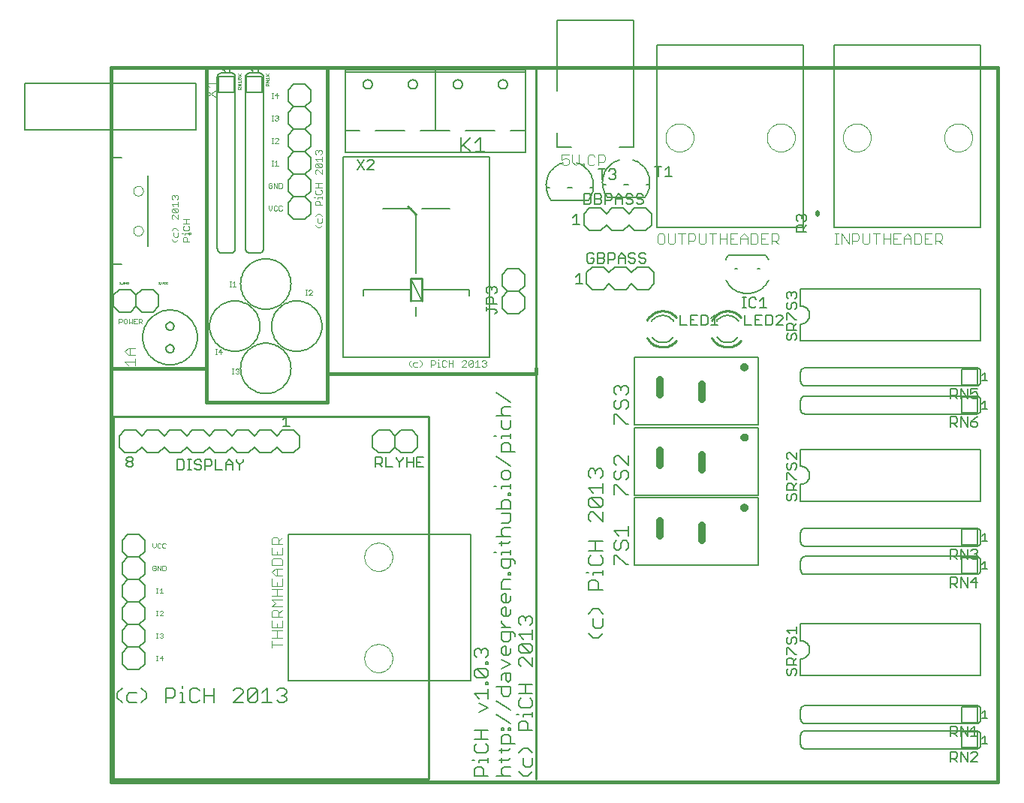
<source format=gto>
G75*
%MOIN*%
%OFA0B0*%
%FSLAX24Y24*%
%IPPOS*%
%LPD*%
%AMOC8*
5,1,8,0,0,1.08239X$1,22.5*
%
%ADD10C,0.0100*%
%ADD11C,0.0160*%
%ADD12C,0.0050*%
%ADD13C,0.0030*%
%ADD14C,0.0060*%
%ADD15C,0.0010*%
%ADD16C,0.0020*%
%ADD17C,0.0000*%
%ADD18C,0.0040*%
%ADD19C,0.0070*%
%ADD20C,0.0080*%
%ADD21C,0.0320*%
%ADD22C,0.0240*%
%ADD23C,0.0200*%
D10*
X006023Y000400D02*
X006023Y016525D01*
X006028Y016521D02*
X020023Y016521D01*
X020023Y000400D01*
X006023Y000400D01*
X024773Y000400D02*
X024773Y031900D01*
X019074Y025861D02*
X019194Y025731D01*
X019444Y025481D01*
X019194Y022631D02*
X019194Y022131D01*
X019194Y021631D01*
X019694Y021631D02*
X019694Y022131D01*
X019694Y022631D01*
X019194Y022631D01*
X029703Y020003D02*
X029733Y019955D01*
X029766Y019910D01*
X029802Y019867D01*
X029840Y019826D01*
X029882Y019789D01*
X029926Y019754D01*
X029972Y019723D01*
X030021Y019694D01*
X030071Y019670D01*
X030123Y019649D01*
X030177Y019631D01*
X030231Y019618D01*
X030286Y019608D01*
X030342Y019602D01*
X030398Y019600D01*
X029692Y020776D02*
X029719Y020823D01*
X029749Y020868D01*
X029782Y020911D01*
X029818Y020951D01*
X029857Y020989D01*
X029898Y021024D01*
X029941Y021057D01*
X029986Y021086D01*
X030034Y021112D01*
X030083Y021135D01*
X030133Y021155D01*
X030184Y021171D01*
X030237Y021184D01*
X030290Y021193D01*
X030344Y021198D01*
X030398Y021200D01*
X031009Y019883D02*
X030973Y019844D01*
X030934Y019806D01*
X030894Y019772D01*
X030851Y019740D01*
X030806Y019712D01*
X030759Y019686D01*
X030710Y019663D01*
X030660Y019644D01*
X030609Y019628D01*
X030557Y019616D01*
X030505Y019607D01*
X030451Y019602D01*
X030398Y019600D01*
X031013Y020912D02*
X030977Y020952D01*
X030938Y020990D01*
X030897Y021025D01*
X030854Y021057D01*
X030809Y021087D01*
X030762Y021113D01*
X030713Y021135D01*
X030662Y021155D01*
X030611Y021171D01*
X030559Y021184D01*
X030505Y021193D01*
X030452Y021198D01*
X030398Y021200D01*
X032578Y020003D02*
X032608Y019955D01*
X032641Y019910D01*
X032677Y019867D01*
X032715Y019826D01*
X032757Y019789D01*
X032801Y019754D01*
X032847Y019723D01*
X032896Y019694D01*
X032946Y019670D01*
X032998Y019649D01*
X033052Y019631D01*
X033106Y019618D01*
X033161Y019608D01*
X033217Y019602D01*
X033273Y019600D01*
X032567Y020776D02*
X032594Y020823D01*
X032624Y020868D01*
X032657Y020911D01*
X032693Y020951D01*
X032732Y020989D01*
X032773Y021024D01*
X032816Y021057D01*
X032861Y021086D01*
X032909Y021112D01*
X032958Y021135D01*
X033008Y021155D01*
X033059Y021171D01*
X033112Y021184D01*
X033165Y021193D01*
X033219Y021198D01*
X033273Y021200D01*
X033884Y019883D02*
X033848Y019844D01*
X033809Y019806D01*
X033769Y019772D01*
X033726Y019740D01*
X033681Y019712D01*
X033634Y019686D01*
X033585Y019663D01*
X033535Y019644D01*
X033484Y019628D01*
X033432Y019616D01*
X033380Y019607D01*
X033326Y019602D01*
X033273Y019600D01*
X033888Y020912D02*
X033852Y020952D01*
X033813Y020990D01*
X033772Y021025D01*
X033729Y021057D01*
X033684Y021087D01*
X033637Y021113D01*
X033588Y021135D01*
X033537Y021155D01*
X033486Y021171D01*
X033434Y021184D01*
X033380Y021193D01*
X033327Y021198D01*
X033273Y021200D01*
D11*
X005898Y032021D02*
X005898Y000275D01*
X045268Y000275D01*
X045268Y032021D01*
X005898Y032021D01*
X005898Y032025D02*
X005898Y022775D01*
X005898Y018650D02*
X010148Y018650D01*
X010148Y017150D01*
X015523Y017150D01*
X015523Y018400D01*
X024773Y018400D01*
X024773Y018650D01*
X015523Y018400D02*
X015523Y031900D01*
X010148Y031900D02*
X010148Y018650D01*
X005898Y032025D02*
X024648Y032025D01*
D12*
X030148Y032998D02*
X036648Y032998D01*
X036648Y024900D01*
X030148Y024900D01*
X030148Y032998D01*
X030198Y027625D02*
X030198Y027175D01*
X030508Y027175D02*
X030809Y027175D01*
X030658Y027175D02*
X030658Y027625D01*
X030508Y027475D01*
X030348Y027625D02*
X030048Y027625D01*
X029818Y026800D02*
X029660Y026800D01*
X029450Y026400D02*
X029300Y026400D01*
X029225Y026325D01*
X029225Y026250D01*
X029300Y026175D01*
X029450Y026175D01*
X029525Y026100D01*
X029525Y026025D01*
X029450Y025950D01*
X029300Y025950D01*
X029225Y026025D01*
X029065Y026025D02*
X029065Y026100D01*
X028990Y026175D01*
X028840Y026175D01*
X028764Y026250D01*
X028764Y026325D01*
X028840Y026400D01*
X028990Y026400D01*
X029065Y026325D01*
X029065Y026025D02*
X028990Y025950D01*
X028840Y025950D01*
X028764Y026025D01*
X028604Y025950D02*
X028604Y026250D01*
X028454Y026400D01*
X028304Y026250D01*
X028304Y025950D01*
X028304Y026175D02*
X028604Y026175D01*
X028144Y026175D02*
X028069Y026100D01*
X027844Y026100D01*
X027844Y025950D02*
X027844Y026400D01*
X028069Y026400D01*
X028144Y026325D01*
X028144Y026175D01*
X027948Y026250D02*
X029597Y026250D01*
X029525Y026325D02*
X029450Y026400D01*
X028886Y026800D02*
X028660Y026800D01*
X027948Y026250D02*
X027913Y026298D01*
X027880Y026348D01*
X027849Y026400D01*
X027822Y026454D01*
X027798Y026509D01*
X027778Y026566D01*
X027760Y026623D01*
X027746Y026681D01*
X027735Y026740D01*
X027728Y026800D01*
X027886Y026800D01*
X027698Y027050D02*
X027698Y027500D01*
X027548Y027500D02*
X027848Y027500D01*
X028008Y027425D02*
X028083Y027500D01*
X028233Y027500D01*
X028309Y027425D01*
X028309Y027350D01*
X028233Y027275D01*
X028309Y027200D01*
X028309Y027125D01*
X028233Y027050D01*
X028083Y027050D01*
X028008Y027125D01*
X028158Y027275D02*
X028233Y027275D01*
X028463Y027903D02*
X028404Y027883D01*
X028347Y027860D01*
X028290Y027833D01*
X028236Y027802D01*
X028183Y027769D01*
X028133Y027732D01*
X028084Y027693D01*
X028039Y027650D01*
X027995Y027605D01*
X027955Y027558D01*
X027917Y027508D01*
X027882Y027456D01*
X027851Y027402D01*
X027823Y027347D01*
X027798Y027290D01*
X027777Y027231D01*
X027759Y027171D01*
X027744Y027110D01*
X027734Y027049D01*
X027727Y026987D01*
X027723Y026925D01*
X027724Y026862D01*
X027728Y026800D01*
X027318Y026675D02*
X027160Y026675D01*
X027148Y026400D02*
X026923Y026400D01*
X026923Y025950D01*
X027148Y025950D01*
X027223Y026025D01*
X027223Y026325D01*
X027148Y026400D01*
X027383Y026400D02*
X027383Y025950D01*
X027608Y025950D01*
X027684Y026025D01*
X027684Y026100D01*
X027608Y026175D01*
X027383Y026175D01*
X027383Y026400D02*
X027608Y026400D01*
X027684Y026325D01*
X027684Y026250D01*
X027608Y026175D01*
X027097Y026125D02*
X025448Y026125D01*
X025386Y026675D02*
X025228Y026675D01*
X026160Y026675D02*
X026386Y026675D01*
X025448Y026125D02*
X025413Y026173D01*
X025380Y026223D01*
X025349Y026275D01*
X025322Y026329D01*
X025298Y026384D01*
X025278Y026441D01*
X025260Y026498D01*
X025246Y026556D01*
X025235Y026615D01*
X025228Y026675D01*
X025224Y026737D01*
X025223Y026800D01*
X025227Y026862D01*
X025234Y026924D01*
X025244Y026985D01*
X025259Y027046D01*
X025277Y027106D01*
X025298Y027165D01*
X025323Y027222D01*
X025351Y027277D01*
X025382Y027331D01*
X025417Y027383D01*
X025455Y027433D01*
X025495Y027480D01*
X025539Y027525D01*
X025584Y027568D01*
X025633Y027607D01*
X025683Y027644D01*
X025736Y027677D01*
X025790Y027708D01*
X025847Y027735D01*
X025904Y027758D01*
X025963Y027778D01*
X026583Y027778D02*
X026643Y027758D01*
X026702Y027734D01*
X026759Y027706D01*
X026814Y027675D01*
X026868Y027640D01*
X026919Y027603D01*
X026968Y027562D01*
X027014Y027518D01*
X027058Y027472D01*
X027099Y027423D01*
X027137Y027372D01*
X027171Y027319D01*
X027203Y027263D01*
X027230Y027206D01*
X027255Y027147D01*
X027275Y027087D01*
X027293Y027026D01*
X027306Y026964D01*
X027315Y026901D01*
X027321Y026838D01*
X027323Y026774D01*
X027321Y026710D01*
X027315Y026647D01*
X027306Y026584D01*
X027292Y026522D01*
X027275Y026461D01*
X027254Y026401D01*
X027230Y026342D01*
X027202Y026285D01*
X027170Y026229D01*
X027135Y026176D01*
X027098Y026125D01*
X026573Y025500D02*
X026573Y025050D01*
X026423Y025050D02*
X026723Y025050D01*
X026423Y025350D02*
X026573Y025500D01*
X027123Y023775D02*
X027048Y023700D01*
X027048Y023400D01*
X027123Y023325D01*
X027273Y023325D01*
X027348Y023400D01*
X027348Y023550D01*
X027198Y023550D01*
X027348Y023700D02*
X027273Y023775D01*
X027123Y023775D01*
X027508Y023775D02*
X027733Y023775D01*
X027809Y023700D01*
X027809Y023625D01*
X027733Y023550D01*
X027508Y023550D01*
X027508Y023325D02*
X027733Y023325D01*
X027809Y023400D01*
X027809Y023475D01*
X027733Y023550D01*
X027969Y023475D02*
X028194Y023475D01*
X028269Y023550D01*
X028269Y023700D01*
X028194Y023775D01*
X027969Y023775D01*
X027969Y023325D01*
X028429Y023325D02*
X028429Y023625D01*
X028579Y023775D01*
X028729Y023625D01*
X028729Y023325D01*
X028889Y023400D02*
X028965Y023325D01*
X029115Y023325D01*
X029190Y023400D01*
X029190Y023475D01*
X029115Y023550D01*
X028965Y023550D01*
X028889Y023625D01*
X028889Y023700D01*
X028965Y023775D01*
X029115Y023775D01*
X029190Y023700D01*
X029350Y023700D02*
X029350Y023625D01*
X029425Y023550D01*
X029575Y023550D01*
X029650Y023475D01*
X029650Y023400D01*
X029575Y023325D01*
X029425Y023325D01*
X029350Y023400D01*
X029350Y023700D02*
X029425Y023775D01*
X029575Y023775D01*
X029650Y023700D01*
X028729Y023550D02*
X028429Y023550D01*
X027508Y023325D02*
X027508Y023775D01*
X026698Y022875D02*
X026698Y022425D01*
X026548Y022425D02*
X026848Y022425D01*
X026548Y022725D02*
X026698Y022875D01*
X023026Y022211D02*
X023026Y022060D01*
X022951Y021985D01*
X022801Y022135D02*
X022801Y022211D01*
X022876Y022286D01*
X022951Y022286D01*
X023026Y022211D01*
X022801Y022211D02*
X022726Y022286D01*
X022650Y022286D01*
X022575Y022211D01*
X022575Y022060D01*
X022650Y021985D01*
X022650Y021825D02*
X022801Y021825D01*
X022876Y021750D01*
X022876Y021525D01*
X023026Y021525D02*
X022575Y021525D01*
X022575Y021750D01*
X022650Y021825D01*
X022575Y021365D02*
X022575Y021215D01*
X022575Y021290D02*
X022951Y021290D01*
X023026Y021215D01*
X023026Y021140D01*
X022951Y021065D01*
X023022Y017568D02*
X023633Y017161D01*
X023633Y016960D02*
X023328Y016960D01*
X023226Y016859D01*
X023226Y016655D01*
X023328Y016553D01*
X023226Y016353D02*
X023226Y016047D01*
X023328Y015946D01*
X023531Y015946D01*
X023633Y016047D01*
X023633Y016353D01*
X023633Y016553D02*
X023022Y016553D01*
X023022Y015642D02*
X022921Y015642D01*
X023226Y015642D02*
X023633Y015642D01*
X023633Y015540D02*
X023633Y015744D01*
X023531Y015340D02*
X023633Y015238D01*
X023633Y014933D01*
X023836Y014933D02*
X023226Y014933D01*
X023226Y015238D01*
X023328Y015340D01*
X023531Y015340D01*
X023226Y015540D02*
X023226Y015642D01*
X023022Y014732D02*
X023633Y014325D01*
X023531Y014124D02*
X023633Y014023D01*
X023633Y013819D01*
X023531Y013717D01*
X023328Y013717D01*
X023226Y013819D01*
X023226Y014023D01*
X023328Y014124D01*
X023531Y014124D01*
X023633Y013516D02*
X023633Y013312D01*
X023633Y013414D02*
X023226Y013414D01*
X023226Y013312D01*
X023022Y013414D02*
X022921Y013414D01*
X023531Y013110D02*
X023633Y013110D01*
X023633Y013008D01*
X023531Y013008D01*
X023531Y013110D01*
X023531Y012808D02*
X023328Y012808D01*
X023226Y012706D01*
X023226Y012401D01*
X023226Y012200D02*
X023633Y012200D01*
X023633Y011895D01*
X023531Y011793D01*
X023226Y011793D01*
X023328Y011592D02*
X023633Y011592D01*
X023328Y011592D02*
X023226Y011490D01*
X023226Y011287D01*
X023328Y011185D01*
X023226Y010983D02*
X023226Y010780D01*
X023124Y010882D02*
X023531Y010882D01*
X023633Y010983D01*
X023633Y011185D02*
X023022Y011185D01*
X023022Y010477D02*
X022921Y010477D01*
X023226Y010477D02*
X023633Y010477D01*
X023633Y010578D02*
X023633Y010375D01*
X023633Y010174D02*
X023633Y009869D01*
X023531Y009767D01*
X023328Y009767D01*
X023226Y009869D01*
X023226Y010174D01*
X023735Y010174D01*
X023836Y010072D01*
X023836Y009971D01*
X023226Y010375D02*
X023226Y010477D01*
X023531Y009565D02*
X023633Y009565D01*
X023633Y009463D01*
X023531Y009463D01*
X023531Y009565D01*
X023633Y009263D02*
X023328Y009263D01*
X023226Y009161D01*
X023226Y008855D01*
X023633Y008855D01*
X023429Y008655D02*
X023429Y008248D01*
X023328Y008248D02*
X023226Y008350D01*
X023226Y008553D01*
X023328Y008655D01*
X023429Y008655D01*
X023633Y008553D02*
X023633Y008350D01*
X023531Y008248D01*
X023328Y008248D01*
X023328Y008047D02*
X023429Y008047D01*
X023429Y007640D01*
X023328Y007640D02*
X023226Y007742D01*
X023226Y007945D01*
X023328Y008047D01*
X023633Y007945D02*
X023633Y007742D01*
X023531Y007640D01*
X023328Y007640D01*
X023226Y007439D02*
X023226Y007337D01*
X023429Y007134D01*
X023226Y007134D02*
X023633Y007134D01*
X023633Y006933D02*
X023633Y006628D01*
X023531Y006526D01*
X023328Y006526D01*
X023226Y006628D01*
X023226Y006933D01*
X023735Y006933D01*
X023836Y006831D01*
X023836Y006729D01*
X024012Y006831D02*
X024623Y006831D01*
X024623Y007034D02*
X024623Y006627D01*
X024521Y006426D02*
X024623Y006325D01*
X024623Y006121D01*
X024521Y006019D01*
X024114Y006426D01*
X024521Y006426D01*
X024216Y006627D02*
X024012Y006831D01*
X024114Y006426D02*
X024012Y006325D01*
X024012Y006121D01*
X024114Y006019D01*
X024521Y006019D01*
X024623Y005819D02*
X024623Y005412D01*
X024216Y005819D01*
X024114Y005819D01*
X024012Y005717D01*
X024012Y005514D01*
X024114Y005412D01*
X023633Y005514D02*
X023226Y005717D01*
X023328Y005918D02*
X023226Y006020D01*
X023226Y006223D01*
X023328Y006325D01*
X023429Y006325D01*
X023429Y005918D01*
X023328Y005918D02*
X023531Y005918D01*
X023633Y006020D01*
X023633Y006223D01*
X023633Y005514D02*
X023226Y005310D01*
X023328Y005110D02*
X023633Y005110D01*
X023633Y004804D01*
X023531Y004703D01*
X023429Y004804D01*
X023429Y005110D01*
X023328Y005110D02*
X023226Y005008D01*
X023226Y004804D01*
X023226Y004502D02*
X023226Y004197D01*
X023328Y004095D01*
X023531Y004095D01*
X023633Y004197D01*
X023633Y004502D01*
X023022Y004502D01*
X022643Y004601D02*
X022643Y004703D01*
X022541Y004703D01*
X022541Y004601D01*
X022643Y004601D01*
X022643Y004401D02*
X022643Y003994D01*
X022643Y004197D02*
X022032Y004197D01*
X022236Y003994D01*
X022236Y003793D02*
X022643Y003590D01*
X022236Y003386D01*
X023022Y003287D02*
X023633Y002880D01*
X023633Y002677D02*
X023531Y002677D01*
X023531Y002576D01*
X023633Y002576D01*
X023633Y002677D01*
X023328Y002677D02*
X023328Y002576D01*
X023226Y002576D01*
X023226Y002677D01*
X023328Y002677D01*
X023328Y002375D02*
X023531Y002375D01*
X023633Y002273D01*
X023633Y001968D01*
X023633Y001766D02*
X023531Y001665D01*
X023124Y001665D01*
X023226Y001766D02*
X023226Y001563D01*
X023226Y001361D02*
X023226Y001158D01*
X023124Y001259D02*
X023531Y001259D01*
X023633Y001361D01*
X023633Y000957D02*
X023328Y000957D01*
X023226Y000855D01*
X023226Y000652D01*
X023328Y000550D01*
X023633Y000550D02*
X023022Y000550D01*
X022643Y000550D02*
X022032Y000550D01*
X022032Y000855D01*
X022134Y000957D01*
X022338Y000957D01*
X022439Y000855D01*
X022439Y000550D01*
X022236Y001158D02*
X022236Y001259D01*
X022643Y001259D01*
X022643Y001158D02*
X022643Y001361D01*
X022541Y001563D02*
X022134Y001563D01*
X022032Y001665D01*
X022032Y001868D01*
X022134Y001970D01*
X022032Y002171D02*
X022643Y002171D01*
X022541Y001970D02*
X022643Y001868D01*
X022643Y001665D01*
X022541Y001563D01*
X022032Y001259D02*
X021931Y001259D01*
X022338Y002171D02*
X022338Y002578D01*
X022643Y002578D02*
X022032Y002578D01*
X023226Y002273D02*
X023226Y001968D01*
X023836Y001968D01*
X024216Y001766D02*
X024012Y001563D01*
X024216Y001362D02*
X024216Y001057D01*
X024318Y000955D01*
X024521Y000955D01*
X024623Y001057D01*
X024623Y001362D01*
X024623Y001563D02*
X024419Y001766D01*
X024216Y001766D01*
X024419Y002576D02*
X024419Y002881D01*
X024318Y002983D01*
X024114Y002983D01*
X024012Y002881D01*
X024012Y002576D01*
X024623Y002576D01*
X024623Y003183D02*
X024623Y003387D01*
X024623Y003285D02*
X024216Y003285D01*
X024216Y003183D01*
X024012Y003285D02*
X023911Y003285D01*
X023633Y003487D02*
X023022Y003894D01*
X024012Y003894D02*
X024012Y003690D01*
X024114Y003589D01*
X024521Y003589D01*
X024623Y003690D01*
X024623Y003894D01*
X024521Y003996D01*
X024623Y004196D02*
X024012Y004196D01*
X024114Y003996D02*
X024012Y003894D01*
X024318Y004196D02*
X024318Y004603D01*
X024623Y004603D02*
X024012Y004603D01*
X022643Y005007D02*
X022541Y004905D01*
X022134Y005312D01*
X022541Y005312D01*
X022643Y005211D01*
X022643Y005007D01*
X022541Y004905D02*
X022134Y004905D01*
X022032Y005007D01*
X022032Y005211D01*
X022134Y005312D01*
X022541Y005513D02*
X022541Y005615D01*
X022643Y005615D01*
X022643Y005513D01*
X022541Y005513D01*
X022541Y005817D02*
X022643Y005919D01*
X022643Y006122D01*
X022541Y006224D01*
X022439Y006224D01*
X022338Y006122D01*
X022338Y006020D01*
X022338Y006122D02*
X022236Y006224D01*
X022134Y006224D01*
X022032Y006122D01*
X022032Y005919D01*
X022134Y005817D01*
X021871Y004775D02*
X013773Y004775D01*
X013773Y011275D01*
X021871Y011275D01*
X021871Y004775D01*
X023328Y002375D02*
X023226Y002273D01*
X024012Y000754D02*
X024216Y000550D01*
X024419Y000550D01*
X024623Y000754D01*
X024521Y007235D02*
X024623Y007337D01*
X024623Y007540D01*
X024521Y007642D01*
X024419Y007642D01*
X024318Y007540D01*
X024318Y007438D01*
X024318Y007540D02*
X024216Y007642D01*
X024114Y007642D01*
X024012Y007540D01*
X024012Y007337D01*
X024114Y007235D01*
X023633Y012401D02*
X023022Y012401D01*
X023531Y012808D02*
X023633Y012706D01*
X023633Y012401D01*
X019785Y014270D02*
X019484Y014270D01*
X019484Y014720D01*
X019785Y014720D01*
X019635Y014495D02*
X019484Y014495D01*
X019324Y014495D02*
X019024Y014495D01*
X018864Y014645D02*
X018864Y014720D01*
X018864Y014645D02*
X018714Y014495D01*
X018714Y014270D01*
X018714Y014495D02*
X018564Y014645D01*
X018564Y014720D01*
X019024Y014720D02*
X019024Y014270D01*
X019324Y014270D02*
X019324Y014720D01*
X018404Y014270D02*
X018103Y014270D01*
X018103Y014720D01*
X017943Y014645D02*
X017943Y014495D01*
X017868Y014420D01*
X017643Y014420D01*
X017643Y014270D02*
X017643Y014720D01*
X017868Y014720D01*
X017943Y014645D01*
X017793Y014420D02*
X017943Y014270D01*
X013838Y016075D02*
X013537Y016075D01*
X013688Y016075D02*
X013688Y016525D01*
X013537Y016375D01*
X011763Y014600D02*
X011763Y014525D01*
X011613Y014375D01*
X011613Y014150D01*
X011613Y014375D02*
X011462Y014525D01*
X011462Y014600D01*
X011302Y014450D02*
X011302Y014150D01*
X011302Y014375D02*
X011002Y014375D01*
X011002Y014450D02*
X011002Y014150D01*
X010842Y014150D02*
X010542Y014150D01*
X010542Y014600D01*
X010382Y014525D02*
X010382Y014375D01*
X010306Y014300D01*
X010081Y014300D01*
X010081Y014150D02*
X010081Y014600D01*
X010306Y014600D01*
X010382Y014525D01*
X009921Y014525D02*
X009846Y014600D01*
X009696Y014600D01*
X009621Y014525D01*
X009621Y014450D01*
X009696Y014375D01*
X009846Y014375D01*
X009921Y014300D01*
X009921Y014225D01*
X009846Y014150D01*
X009696Y014150D01*
X009621Y014225D01*
X009464Y014150D02*
X009314Y014150D01*
X009389Y014150D02*
X009389Y014600D01*
X009314Y014600D02*
X009464Y014600D01*
X009154Y014525D02*
X009079Y014600D01*
X008854Y014600D01*
X008854Y014150D01*
X009079Y014150D01*
X009154Y014225D01*
X009154Y014525D01*
X011002Y014450D02*
X011152Y014600D01*
X011302Y014450D01*
X006888Y014425D02*
X006888Y014350D01*
X006813Y014275D01*
X006663Y014275D01*
X006587Y014350D01*
X006587Y014425D01*
X006663Y014500D01*
X006813Y014500D01*
X006888Y014425D01*
X006813Y014500D02*
X006888Y014575D01*
X006888Y014650D01*
X006813Y014725D01*
X006663Y014725D01*
X006587Y014650D01*
X006587Y014575D01*
X006663Y014500D01*
X011655Y018650D02*
X011657Y018716D01*
X011663Y018782D01*
X011673Y018848D01*
X011686Y018913D01*
X011704Y018977D01*
X011725Y019039D01*
X011750Y019101D01*
X011778Y019161D01*
X011810Y019219D01*
X011846Y019275D01*
X011884Y019328D01*
X011926Y019380D01*
X011971Y019429D01*
X012018Y019475D01*
X012069Y019518D01*
X012121Y019558D01*
X012176Y019595D01*
X012233Y019629D01*
X012292Y019659D01*
X012353Y019686D01*
X012415Y019709D01*
X012478Y019728D01*
X012543Y019744D01*
X012608Y019756D01*
X012674Y019764D01*
X012740Y019768D01*
X012806Y019768D01*
X012872Y019764D01*
X012938Y019756D01*
X013003Y019744D01*
X013068Y019728D01*
X013131Y019709D01*
X013193Y019686D01*
X013254Y019659D01*
X013313Y019629D01*
X013370Y019595D01*
X013425Y019558D01*
X013477Y019518D01*
X013528Y019475D01*
X013575Y019429D01*
X013620Y019380D01*
X013662Y019328D01*
X013700Y019275D01*
X013736Y019219D01*
X013768Y019161D01*
X013796Y019101D01*
X013821Y019039D01*
X013842Y018977D01*
X013860Y018913D01*
X013873Y018848D01*
X013883Y018782D01*
X013889Y018716D01*
X013891Y018650D01*
X013889Y018584D01*
X013883Y018518D01*
X013873Y018452D01*
X013860Y018387D01*
X013842Y018323D01*
X013821Y018261D01*
X013796Y018199D01*
X013768Y018139D01*
X013736Y018081D01*
X013700Y018025D01*
X013662Y017972D01*
X013620Y017920D01*
X013575Y017871D01*
X013528Y017825D01*
X013477Y017782D01*
X013425Y017742D01*
X013370Y017705D01*
X013313Y017671D01*
X013254Y017641D01*
X013193Y017614D01*
X013131Y017591D01*
X013068Y017572D01*
X013003Y017556D01*
X012938Y017544D01*
X012872Y017536D01*
X012806Y017532D01*
X012740Y017532D01*
X012674Y017536D01*
X012608Y017544D01*
X012543Y017556D01*
X012478Y017572D01*
X012415Y017591D01*
X012353Y017614D01*
X012292Y017641D01*
X012233Y017671D01*
X012176Y017705D01*
X012121Y017742D01*
X012069Y017782D01*
X012018Y017825D01*
X011971Y017871D01*
X011926Y017920D01*
X011884Y017972D01*
X011846Y018025D01*
X011810Y018081D01*
X011778Y018139D01*
X011750Y018199D01*
X011725Y018261D01*
X011704Y018323D01*
X011686Y018387D01*
X011673Y018452D01*
X011663Y018518D01*
X011657Y018584D01*
X011655Y018650D01*
X010280Y020525D02*
X010282Y020591D01*
X010288Y020657D01*
X010298Y020723D01*
X010311Y020788D01*
X010329Y020852D01*
X010350Y020914D01*
X010375Y020976D01*
X010403Y021036D01*
X010435Y021094D01*
X010471Y021150D01*
X010509Y021203D01*
X010551Y021255D01*
X010596Y021304D01*
X010643Y021350D01*
X010694Y021393D01*
X010746Y021433D01*
X010801Y021470D01*
X010858Y021504D01*
X010917Y021534D01*
X010978Y021561D01*
X011040Y021584D01*
X011103Y021603D01*
X011168Y021619D01*
X011233Y021631D01*
X011299Y021639D01*
X011365Y021643D01*
X011431Y021643D01*
X011497Y021639D01*
X011563Y021631D01*
X011628Y021619D01*
X011693Y021603D01*
X011756Y021584D01*
X011818Y021561D01*
X011879Y021534D01*
X011938Y021504D01*
X011995Y021470D01*
X012050Y021433D01*
X012102Y021393D01*
X012153Y021350D01*
X012200Y021304D01*
X012245Y021255D01*
X012287Y021203D01*
X012325Y021150D01*
X012361Y021094D01*
X012393Y021036D01*
X012421Y020976D01*
X012446Y020914D01*
X012467Y020852D01*
X012485Y020788D01*
X012498Y020723D01*
X012508Y020657D01*
X012514Y020591D01*
X012516Y020525D01*
X012514Y020459D01*
X012508Y020393D01*
X012498Y020327D01*
X012485Y020262D01*
X012467Y020198D01*
X012446Y020136D01*
X012421Y020074D01*
X012393Y020014D01*
X012361Y019956D01*
X012325Y019900D01*
X012287Y019847D01*
X012245Y019795D01*
X012200Y019746D01*
X012153Y019700D01*
X012102Y019657D01*
X012050Y019617D01*
X011995Y019580D01*
X011938Y019546D01*
X011879Y019516D01*
X011818Y019489D01*
X011756Y019466D01*
X011693Y019447D01*
X011628Y019431D01*
X011563Y019419D01*
X011497Y019411D01*
X011431Y019407D01*
X011365Y019407D01*
X011299Y019411D01*
X011233Y019419D01*
X011168Y019431D01*
X011103Y019447D01*
X011040Y019466D01*
X010978Y019489D01*
X010917Y019516D01*
X010858Y019546D01*
X010801Y019580D01*
X010746Y019617D01*
X010694Y019657D01*
X010643Y019700D01*
X010596Y019746D01*
X010551Y019795D01*
X010509Y019847D01*
X010471Y019900D01*
X010435Y019956D01*
X010403Y020014D01*
X010375Y020074D01*
X010350Y020136D01*
X010329Y020198D01*
X010311Y020262D01*
X010298Y020327D01*
X010288Y020393D01*
X010282Y020459D01*
X010280Y020525D01*
X011655Y022400D02*
X011657Y022466D01*
X011663Y022532D01*
X011673Y022598D01*
X011686Y022663D01*
X011704Y022727D01*
X011725Y022789D01*
X011750Y022851D01*
X011778Y022911D01*
X011810Y022969D01*
X011846Y023025D01*
X011884Y023078D01*
X011926Y023130D01*
X011971Y023179D01*
X012018Y023225D01*
X012069Y023268D01*
X012121Y023308D01*
X012176Y023345D01*
X012233Y023379D01*
X012292Y023409D01*
X012353Y023436D01*
X012415Y023459D01*
X012478Y023478D01*
X012543Y023494D01*
X012608Y023506D01*
X012674Y023514D01*
X012740Y023518D01*
X012806Y023518D01*
X012872Y023514D01*
X012938Y023506D01*
X013003Y023494D01*
X013068Y023478D01*
X013131Y023459D01*
X013193Y023436D01*
X013254Y023409D01*
X013313Y023379D01*
X013370Y023345D01*
X013425Y023308D01*
X013477Y023268D01*
X013528Y023225D01*
X013575Y023179D01*
X013620Y023130D01*
X013662Y023078D01*
X013700Y023025D01*
X013736Y022969D01*
X013768Y022911D01*
X013796Y022851D01*
X013821Y022789D01*
X013842Y022727D01*
X013860Y022663D01*
X013873Y022598D01*
X013883Y022532D01*
X013889Y022466D01*
X013891Y022400D01*
X013889Y022334D01*
X013883Y022268D01*
X013873Y022202D01*
X013860Y022137D01*
X013842Y022073D01*
X013821Y022011D01*
X013796Y021949D01*
X013768Y021889D01*
X013736Y021831D01*
X013700Y021775D01*
X013662Y021722D01*
X013620Y021670D01*
X013575Y021621D01*
X013528Y021575D01*
X013477Y021532D01*
X013425Y021492D01*
X013370Y021455D01*
X013313Y021421D01*
X013254Y021391D01*
X013193Y021364D01*
X013131Y021341D01*
X013068Y021322D01*
X013003Y021306D01*
X012938Y021294D01*
X012872Y021286D01*
X012806Y021282D01*
X012740Y021282D01*
X012674Y021286D01*
X012608Y021294D01*
X012543Y021306D01*
X012478Y021322D01*
X012415Y021341D01*
X012353Y021364D01*
X012292Y021391D01*
X012233Y021421D01*
X012176Y021455D01*
X012121Y021492D01*
X012069Y021532D01*
X012018Y021575D01*
X011971Y021621D01*
X011926Y021670D01*
X011884Y021722D01*
X011846Y021775D01*
X011810Y021831D01*
X011778Y021889D01*
X011750Y021949D01*
X011725Y022011D01*
X011704Y022073D01*
X011686Y022137D01*
X011673Y022202D01*
X011663Y022268D01*
X011657Y022334D01*
X011655Y022400D01*
X013030Y020525D02*
X013032Y020591D01*
X013038Y020657D01*
X013048Y020723D01*
X013061Y020788D01*
X013079Y020852D01*
X013100Y020914D01*
X013125Y020976D01*
X013153Y021036D01*
X013185Y021094D01*
X013221Y021150D01*
X013259Y021203D01*
X013301Y021255D01*
X013346Y021304D01*
X013393Y021350D01*
X013444Y021393D01*
X013496Y021433D01*
X013551Y021470D01*
X013608Y021504D01*
X013667Y021534D01*
X013728Y021561D01*
X013790Y021584D01*
X013853Y021603D01*
X013918Y021619D01*
X013983Y021631D01*
X014049Y021639D01*
X014115Y021643D01*
X014181Y021643D01*
X014247Y021639D01*
X014313Y021631D01*
X014378Y021619D01*
X014443Y021603D01*
X014506Y021584D01*
X014568Y021561D01*
X014629Y021534D01*
X014688Y021504D01*
X014745Y021470D01*
X014800Y021433D01*
X014852Y021393D01*
X014903Y021350D01*
X014950Y021304D01*
X014995Y021255D01*
X015037Y021203D01*
X015075Y021150D01*
X015111Y021094D01*
X015143Y021036D01*
X015171Y020976D01*
X015196Y020914D01*
X015217Y020852D01*
X015235Y020788D01*
X015248Y020723D01*
X015258Y020657D01*
X015264Y020591D01*
X015266Y020525D01*
X015264Y020459D01*
X015258Y020393D01*
X015248Y020327D01*
X015235Y020262D01*
X015217Y020198D01*
X015196Y020136D01*
X015171Y020074D01*
X015143Y020014D01*
X015111Y019956D01*
X015075Y019900D01*
X015037Y019847D01*
X014995Y019795D01*
X014950Y019746D01*
X014903Y019700D01*
X014852Y019657D01*
X014800Y019617D01*
X014745Y019580D01*
X014688Y019546D01*
X014629Y019516D01*
X014568Y019489D01*
X014506Y019466D01*
X014443Y019447D01*
X014378Y019431D01*
X014313Y019419D01*
X014247Y019411D01*
X014181Y019407D01*
X014115Y019407D01*
X014049Y019411D01*
X013983Y019419D01*
X013918Y019431D01*
X013853Y019447D01*
X013790Y019466D01*
X013728Y019489D01*
X013667Y019516D01*
X013608Y019546D01*
X013551Y019580D01*
X013496Y019617D01*
X013444Y019657D01*
X013393Y019700D01*
X013346Y019746D01*
X013301Y019795D01*
X013259Y019847D01*
X013221Y019900D01*
X013185Y019956D01*
X013153Y020014D01*
X013125Y020074D01*
X013100Y020136D01*
X013079Y020198D01*
X013061Y020262D01*
X013048Y020327D01*
X013038Y020393D01*
X013032Y020459D01*
X013030Y020525D01*
X016827Y027471D02*
X017127Y027922D01*
X017287Y027846D02*
X017362Y027922D01*
X017512Y027922D01*
X017587Y027846D01*
X017587Y027771D01*
X017287Y027471D01*
X017587Y027471D01*
X017127Y027471D02*
X016827Y027922D01*
X012438Y031841D02*
X012438Y032068D01*
X012438Y031954D02*
X012098Y031954D01*
X012211Y031841D01*
X011188Y031841D02*
X011188Y032068D01*
X011188Y031954D02*
X010848Y031954D01*
X010961Y031841D01*
X009679Y031299D02*
X002081Y031299D01*
X002081Y029251D01*
X009679Y029251D01*
X009679Y031299D01*
X029083Y027903D02*
X029143Y027883D01*
X029202Y027859D01*
X029259Y027831D01*
X029314Y027800D01*
X029368Y027765D01*
X029419Y027728D01*
X029468Y027687D01*
X029514Y027643D01*
X029558Y027597D01*
X029599Y027548D01*
X029637Y027497D01*
X029671Y027444D01*
X029703Y027388D01*
X029730Y027331D01*
X029755Y027272D01*
X029775Y027212D01*
X029793Y027151D01*
X029806Y027089D01*
X029815Y027026D01*
X029821Y026963D01*
X029823Y026899D01*
X029821Y026835D01*
X029815Y026772D01*
X029806Y026709D01*
X029792Y026647D01*
X029775Y026586D01*
X029754Y026526D01*
X029730Y026467D01*
X029702Y026410D01*
X029670Y026354D01*
X029635Y026301D01*
X029598Y026250D01*
X033945Y021800D02*
X034095Y021800D01*
X034020Y021800D02*
X034020Y021350D01*
X033945Y021350D02*
X034095Y021350D01*
X034252Y021425D02*
X034327Y021350D01*
X034477Y021350D01*
X034552Y021425D01*
X034712Y021350D02*
X035013Y021350D01*
X034863Y021350D02*
X034863Y021800D01*
X034712Y021650D01*
X034552Y021725D02*
X034477Y021800D01*
X034327Y021800D01*
X034252Y021725D01*
X034252Y021425D01*
X034048Y021025D02*
X034048Y020575D01*
X034348Y020575D01*
X034508Y020575D02*
X034809Y020575D01*
X034969Y020575D02*
X035194Y020575D01*
X035269Y020650D01*
X035269Y020950D01*
X035194Y021025D01*
X034969Y021025D01*
X034969Y020575D01*
X034658Y020800D02*
X034508Y020800D01*
X034508Y021025D02*
X034508Y020575D01*
X034508Y021025D02*
X034809Y021025D01*
X035429Y020950D02*
X035504Y021025D01*
X035654Y021025D01*
X035729Y020950D01*
X035729Y020875D01*
X035429Y020575D01*
X035729Y020575D01*
X035897Y020586D02*
X035973Y020661D01*
X036123Y020661D01*
X036198Y020586D01*
X036198Y020360D01*
X036348Y020360D02*
X035897Y020360D01*
X035897Y020586D01*
X035897Y020821D02*
X035897Y021121D01*
X035973Y021121D01*
X036273Y020821D01*
X036348Y020821D01*
X036348Y020661D02*
X036198Y020511D01*
X036198Y020200D02*
X036273Y020200D01*
X036348Y020125D01*
X036348Y019975D01*
X036273Y019900D01*
X036123Y019975D02*
X036048Y019900D01*
X035973Y019900D01*
X035897Y019975D01*
X035897Y020125D01*
X035973Y020200D01*
X036123Y020125D02*
X036198Y020200D01*
X036123Y020125D02*
X036123Y019975D01*
X036048Y021281D02*
X036123Y021356D01*
X036123Y021506D01*
X036198Y021581D01*
X036273Y021581D01*
X036348Y021506D01*
X036348Y021356D01*
X036273Y021281D01*
X036048Y021281D02*
X035973Y021281D01*
X035897Y021356D01*
X035897Y021506D01*
X035973Y021581D01*
X035973Y021742D02*
X035897Y021817D01*
X035897Y021967D01*
X035973Y022042D01*
X036048Y022042D01*
X036123Y021967D01*
X036198Y022042D01*
X036273Y022042D01*
X036348Y021967D01*
X036348Y021817D01*
X036273Y021742D01*
X036123Y021892D02*
X036123Y021967D01*
X032854Y020575D02*
X032554Y020575D01*
X032704Y020575D02*
X032704Y021025D01*
X032554Y020875D01*
X032394Y020950D02*
X032394Y020650D01*
X032319Y020575D01*
X032094Y020575D01*
X032094Y021025D01*
X032319Y021025D01*
X032394Y020950D01*
X031934Y021025D02*
X031633Y021025D01*
X031633Y020575D01*
X031934Y020575D01*
X031783Y020800D02*
X031633Y020800D01*
X031473Y020575D02*
X031173Y020575D01*
X031173Y021025D01*
X036337Y024710D02*
X036337Y024935D01*
X036413Y025010D01*
X036563Y025010D01*
X036638Y024935D01*
X036638Y024710D01*
X036788Y024710D02*
X036337Y024710D01*
X036638Y024860D02*
X036788Y025010D01*
X036713Y025170D02*
X036788Y025245D01*
X036788Y025396D01*
X036713Y025471D01*
X036638Y025471D01*
X036563Y025396D01*
X036563Y025321D01*
X036563Y025396D02*
X036488Y025471D01*
X036413Y025471D01*
X036337Y025396D01*
X036337Y025245D01*
X036413Y025170D01*
X038023Y024900D02*
X044523Y024900D01*
X044523Y032998D01*
X038023Y032998D01*
X038023Y024900D01*
X044589Y018337D02*
X044702Y018450D01*
X044702Y018110D01*
X044589Y018110D02*
X044816Y018110D01*
X044388Y017750D02*
X044087Y017750D01*
X044087Y017525D01*
X044238Y017600D01*
X044313Y017600D01*
X044388Y017525D01*
X044388Y017375D01*
X044313Y017300D01*
X044163Y017300D01*
X044087Y017375D01*
X043927Y017300D02*
X043927Y017750D01*
X043627Y017750D02*
X043627Y017300D01*
X043467Y017300D02*
X043317Y017450D01*
X043392Y017450D02*
X043167Y017450D01*
X043167Y017300D02*
X043167Y017750D01*
X043392Y017750D01*
X043467Y017675D01*
X043467Y017525D01*
X043392Y017450D01*
X043627Y017750D02*
X043927Y017300D01*
X044589Y017087D02*
X044702Y017200D01*
X044702Y016860D01*
X044589Y016860D02*
X044816Y016860D01*
X044388Y016500D02*
X044238Y016425D01*
X044087Y016275D01*
X044313Y016275D01*
X044388Y016200D01*
X044388Y016125D01*
X044313Y016050D01*
X044163Y016050D01*
X044087Y016125D01*
X044087Y016275D01*
X043927Y016050D02*
X043927Y016500D01*
X043627Y016500D02*
X043927Y016050D01*
X043627Y016050D02*
X043627Y016500D01*
X043467Y016425D02*
X043392Y016500D01*
X043167Y016500D01*
X043167Y016050D01*
X043167Y016200D02*
X043392Y016200D01*
X043467Y016275D01*
X043467Y016425D01*
X043317Y016200D02*
X043467Y016050D01*
X044702Y011325D02*
X044702Y010985D01*
X044589Y010985D02*
X044816Y010985D01*
X044589Y011212D02*
X044702Y011325D01*
X044313Y010625D02*
X044388Y010550D01*
X044388Y010475D01*
X044313Y010400D01*
X044388Y010325D01*
X044388Y010250D01*
X044313Y010175D01*
X044163Y010175D01*
X044087Y010250D01*
X043927Y010175D02*
X043927Y010625D01*
X044087Y010550D02*
X044163Y010625D01*
X044313Y010625D01*
X044313Y010400D02*
X044238Y010400D01*
X043927Y010175D02*
X043627Y010625D01*
X043627Y010175D01*
X043467Y010175D02*
X043317Y010325D01*
X043392Y010325D02*
X043167Y010325D01*
X043167Y010175D02*
X043167Y010625D01*
X043392Y010625D01*
X043467Y010550D01*
X043467Y010400D01*
X043392Y010325D01*
X043392Y009375D02*
X043167Y009375D01*
X043167Y008925D01*
X043167Y009075D02*
X043392Y009075D01*
X043467Y009150D01*
X043467Y009300D01*
X043392Y009375D01*
X043627Y009375D02*
X043927Y008925D01*
X043927Y009375D01*
X044087Y009150D02*
X044388Y009150D01*
X044313Y008925D02*
X044313Y009375D01*
X044087Y009150D01*
X043627Y008925D02*
X043627Y009375D01*
X043317Y009075D02*
X043467Y008925D01*
X044589Y009735D02*
X044816Y009735D01*
X044702Y009735D02*
X044702Y010075D01*
X044589Y009962D01*
X044702Y003450D02*
X044702Y003110D01*
X044589Y003110D02*
X044816Y003110D01*
X044589Y003337D02*
X044702Y003450D01*
X044238Y002750D02*
X044238Y002300D01*
X044388Y002300D02*
X044087Y002300D01*
X043927Y002300D02*
X043927Y002750D01*
X044087Y002600D02*
X044238Y002750D01*
X043927Y002300D02*
X043627Y002750D01*
X043627Y002300D01*
X043467Y002300D02*
X043317Y002450D01*
X043392Y002450D02*
X043167Y002450D01*
X043167Y002300D02*
X043167Y002750D01*
X043392Y002750D01*
X043467Y002675D01*
X043467Y002525D01*
X043392Y002450D01*
X043392Y001625D02*
X043167Y001625D01*
X043167Y001175D01*
X043167Y001325D02*
X043392Y001325D01*
X043467Y001400D01*
X043467Y001550D01*
X043392Y001625D01*
X043627Y001625D02*
X043927Y001175D01*
X043927Y001625D01*
X044087Y001550D02*
X044163Y001625D01*
X044313Y001625D01*
X044388Y001550D01*
X044388Y001475D01*
X044087Y001175D01*
X044388Y001175D01*
X043627Y001175D02*
X043627Y001625D01*
X043317Y001325D02*
X043467Y001175D01*
X044589Y001985D02*
X044816Y001985D01*
X044702Y001985D02*
X044702Y002325D01*
X044589Y002212D01*
X036348Y005100D02*
X036273Y005025D01*
X036348Y005100D02*
X036348Y005250D01*
X036273Y005325D01*
X036198Y005325D01*
X036123Y005250D01*
X036123Y005100D01*
X036048Y005025D01*
X035973Y005025D01*
X035897Y005100D01*
X035897Y005250D01*
X035973Y005325D01*
X035897Y005485D02*
X036348Y005485D01*
X036198Y005485D02*
X036198Y005711D01*
X036123Y005786D01*
X035973Y005786D01*
X035897Y005711D01*
X035897Y005485D01*
X036198Y005636D02*
X036348Y005786D01*
X036348Y005946D02*
X036273Y005946D01*
X035973Y006246D01*
X035897Y006246D01*
X035897Y005946D01*
X035973Y006406D02*
X035897Y006481D01*
X035897Y006631D01*
X035973Y006706D01*
X036123Y006631D02*
X036198Y006706D01*
X036273Y006706D01*
X036348Y006631D01*
X036348Y006481D01*
X036273Y006406D01*
X036123Y006481D02*
X036123Y006631D01*
X036123Y006481D02*
X036048Y006406D01*
X035973Y006406D01*
X036048Y006867D02*
X035897Y007017D01*
X036348Y007017D01*
X036348Y006867D02*
X036348Y007167D01*
X036273Y012775D02*
X036348Y012850D01*
X036348Y013000D01*
X036273Y013075D01*
X036198Y013075D01*
X036123Y013000D01*
X036123Y012850D01*
X036048Y012775D01*
X035973Y012775D01*
X035897Y012850D01*
X035897Y013000D01*
X035973Y013075D01*
X035897Y013235D02*
X036348Y013235D01*
X036198Y013235D02*
X036198Y013461D01*
X036123Y013536D01*
X035973Y013536D01*
X035897Y013461D01*
X035897Y013235D01*
X036198Y013386D02*
X036348Y013536D01*
X036348Y013696D02*
X036273Y013696D01*
X035973Y013996D01*
X035897Y013996D01*
X035897Y013696D01*
X035973Y014156D02*
X035897Y014231D01*
X035897Y014381D01*
X035973Y014456D01*
X035973Y014617D02*
X035897Y014692D01*
X035897Y014842D01*
X035973Y014917D01*
X036048Y014917D01*
X036348Y014617D01*
X036348Y014917D01*
X036273Y014456D02*
X036348Y014381D01*
X036348Y014231D01*
X036273Y014156D01*
X036123Y014231D02*
X036123Y014381D01*
X036198Y014456D01*
X036273Y014456D01*
X036123Y014231D02*
X036048Y014156D01*
X035973Y014156D01*
D13*
X022562Y018768D02*
X022513Y018720D01*
X022417Y018720D01*
X022368Y018768D01*
X022267Y018720D02*
X022074Y018720D01*
X022170Y018720D02*
X022170Y019010D01*
X022074Y018913D01*
X021972Y018962D02*
X021779Y018768D01*
X021827Y018720D01*
X021924Y018720D01*
X021972Y018768D01*
X021972Y018962D01*
X021924Y019010D01*
X021827Y019010D01*
X021779Y018962D01*
X021779Y018768D01*
X021678Y018720D02*
X021484Y018720D01*
X021678Y018913D01*
X021678Y018962D01*
X021629Y019010D01*
X021533Y019010D01*
X021484Y018962D01*
X021088Y019010D02*
X021088Y018720D01*
X021088Y018865D02*
X020895Y018865D01*
X020794Y018768D02*
X020745Y018720D01*
X020649Y018720D01*
X020600Y018768D01*
X020600Y018962D01*
X020649Y019010D01*
X020745Y019010D01*
X020794Y018962D01*
X020895Y019010D02*
X020895Y018720D01*
X020501Y018720D02*
X020404Y018720D01*
X020452Y018720D02*
X020452Y018913D01*
X020404Y018913D01*
X020452Y019010D02*
X020452Y019059D01*
X020303Y018962D02*
X020303Y018865D01*
X020254Y018817D01*
X020109Y018817D01*
X020109Y018720D02*
X020109Y019010D01*
X020254Y019010D01*
X020303Y018962D01*
X019715Y018913D02*
X019715Y018817D01*
X019618Y018720D01*
X019517Y018720D02*
X019372Y018720D01*
X019323Y018768D01*
X019323Y018865D01*
X019372Y018913D01*
X019517Y018913D01*
X019618Y019010D02*
X019715Y018913D01*
X019224Y019010D02*
X019127Y018913D01*
X019127Y018817D01*
X019224Y018720D01*
X022368Y018962D02*
X022417Y019010D01*
X022513Y019010D01*
X022562Y018962D01*
X022562Y018913D01*
X022513Y018865D01*
X022562Y018817D01*
X022562Y018768D01*
X022513Y018865D02*
X022465Y018865D01*
X015258Y025012D02*
X015161Y024915D01*
X015064Y024915D01*
X014968Y025012D01*
X015113Y025111D02*
X015210Y025111D01*
X015258Y025160D01*
X015258Y025305D01*
X015258Y025406D02*
X015161Y025503D01*
X015064Y025503D01*
X014968Y025406D01*
X015064Y025305D02*
X015064Y025160D01*
X015113Y025111D01*
X015161Y025897D02*
X015161Y026042D01*
X015113Y026091D01*
X015016Y026091D01*
X014968Y026042D01*
X014968Y025897D01*
X015258Y025897D01*
X015258Y026192D02*
X015258Y026289D01*
X015258Y026240D02*
X015064Y026240D01*
X015064Y026192D01*
X014968Y026240D02*
X014919Y026240D01*
X015016Y026388D02*
X014968Y026437D01*
X014968Y026533D01*
X015016Y026582D01*
X014968Y026683D02*
X015258Y026683D01*
X015210Y026582D02*
X015258Y026533D01*
X015258Y026437D01*
X015210Y026388D01*
X015016Y026388D01*
X015113Y026683D02*
X015113Y026876D01*
X014968Y026876D02*
X015258Y026876D01*
X015258Y027272D02*
X015064Y027466D01*
X015016Y027466D01*
X014968Y027417D01*
X014968Y027321D01*
X015016Y027272D01*
X015258Y027272D02*
X015258Y027466D01*
X015210Y027567D02*
X015016Y027760D01*
X015210Y027760D01*
X015258Y027712D01*
X015258Y027615D01*
X015210Y027567D01*
X015016Y027567D01*
X014968Y027615D01*
X014968Y027712D01*
X015016Y027760D01*
X015064Y027862D02*
X014968Y027958D01*
X015258Y027958D01*
X015258Y027862D02*
X015258Y028055D01*
X015210Y028156D02*
X015258Y028205D01*
X015258Y028301D01*
X015210Y028350D01*
X015161Y028350D01*
X015113Y028301D01*
X015113Y028253D01*
X015113Y028301D02*
X015064Y028350D01*
X015016Y028350D01*
X014968Y028301D01*
X014968Y028205D01*
X015016Y028156D01*
X009383Y025269D02*
X009093Y025269D01*
X009238Y025269D02*
X009238Y025076D01*
X009335Y024975D02*
X009383Y024926D01*
X009383Y024829D01*
X009335Y024781D01*
X009141Y024781D01*
X009093Y024829D01*
X009093Y024926D01*
X009141Y024975D01*
X009093Y025076D02*
X009383Y025076D01*
X008883Y025272D02*
X008689Y025466D01*
X008641Y025466D01*
X008593Y025417D01*
X008593Y025321D01*
X008641Y025272D01*
X008883Y025272D02*
X008883Y025466D01*
X008835Y025567D02*
X008641Y025760D01*
X008835Y025760D01*
X008883Y025712D01*
X008883Y025615D01*
X008835Y025567D01*
X008641Y025567D01*
X008593Y025615D01*
X008593Y025712D01*
X008641Y025760D01*
X008689Y025861D02*
X008593Y025958D01*
X008883Y025958D01*
X008883Y025861D02*
X008883Y026055D01*
X008835Y026156D02*
X008883Y026205D01*
X008883Y026301D01*
X008835Y026350D01*
X008786Y026350D01*
X008738Y026301D01*
X008738Y026253D01*
X008738Y026301D02*
X008689Y026350D01*
X008641Y026350D01*
X008593Y026301D01*
X008593Y026205D01*
X008641Y026156D01*
X008689Y024878D02*
X008593Y024781D01*
X008689Y024878D02*
X008786Y024878D01*
X008883Y024781D01*
X008883Y024680D02*
X008883Y024535D01*
X008835Y024486D01*
X008738Y024486D01*
X008689Y024535D01*
X008689Y024680D01*
X008593Y024387D02*
X008689Y024290D01*
X008786Y024290D01*
X008883Y024387D01*
X009093Y024435D02*
X009093Y024290D01*
X009383Y024290D01*
X009286Y024290D02*
X009286Y024435D01*
X009238Y024483D01*
X009141Y024483D01*
X009093Y024435D01*
X009189Y024585D02*
X009189Y024633D01*
X009383Y024633D01*
X009383Y024585D02*
X009383Y024681D01*
X009093Y024633D02*
X009044Y024633D01*
D14*
X010623Y023975D02*
X010623Y031575D01*
X010673Y031625D02*
X010673Y030925D01*
X011373Y030925D01*
X011373Y031625D01*
X010673Y031625D01*
X010623Y031575D02*
X010625Y031601D01*
X010630Y031627D01*
X010638Y031652D01*
X010650Y031675D01*
X010664Y031697D01*
X010682Y031716D01*
X010701Y031734D01*
X010723Y031748D01*
X010746Y031760D01*
X010771Y031768D01*
X010797Y031773D01*
X010823Y031775D01*
X011223Y031775D01*
X011249Y031773D01*
X011275Y031768D01*
X011300Y031760D01*
X011323Y031748D01*
X011345Y031734D01*
X011364Y031716D01*
X011382Y031697D01*
X011396Y031675D01*
X011408Y031652D01*
X011416Y031627D01*
X011421Y031601D01*
X011423Y031575D01*
X011423Y023975D01*
X011421Y023949D01*
X011416Y023923D01*
X011408Y023898D01*
X011396Y023875D01*
X011382Y023853D01*
X011364Y023834D01*
X011345Y023816D01*
X011323Y023802D01*
X011300Y023790D01*
X011275Y023782D01*
X011249Y023777D01*
X011223Y023775D01*
X010823Y023775D01*
X010797Y023777D01*
X010771Y023782D01*
X010746Y023790D01*
X010723Y023802D01*
X010701Y023816D01*
X010682Y023834D01*
X010664Y023853D01*
X010650Y023875D01*
X010638Y023898D01*
X010630Y023923D01*
X010625Y023949D01*
X010623Y023975D01*
X011873Y023975D02*
X011873Y031575D01*
X011923Y031625D02*
X011923Y030925D01*
X012623Y030925D01*
X012623Y031625D01*
X011923Y031625D01*
X011873Y031575D02*
X011875Y031601D01*
X011880Y031627D01*
X011888Y031652D01*
X011900Y031675D01*
X011914Y031697D01*
X011932Y031716D01*
X011951Y031734D01*
X011973Y031748D01*
X011996Y031760D01*
X012021Y031768D01*
X012047Y031773D01*
X012073Y031775D01*
X012473Y031775D01*
X012499Y031773D01*
X012525Y031768D01*
X012550Y031760D01*
X012573Y031748D01*
X012595Y031734D01*
X012614Y031716D01*
X012632Y031697D01*
X012646Y031675D01*
X012658Y031652D01*
X012666Y031627D01*
X012671Y031601D01*
X012673Y031575D01*
X012673Y023975D01*
X012671Y023949D01*
X012666Y023923D01*
X012658Y023898D01*
X012646Y023875D01*
X012632Y023853D01*
X012614Y023834D01*
X012595Y023816D01*
X012573Y023802D01*
X012550Y023790D01*
X012525Y023782D01*
X012499Y023777D01*
X012473Y023775D01*
X012073Y023775D01*
X012047Y023777D01*
X012021Y023782D01*
X011996Y023790D01*
X011973Y023802D01*
X011951Y023816D01*
X011932Y023834D01*
X011914Y023853D01*
X011900Y023875D01*
X011888Y023898D01*
X011880Y023923D01*
X011875Y023949D01*
X011873Y023975D01*
X013773Y025525D02*
X014023Y025275D01*
X014523Y025275D01*
X014773Y025525D01*
X014773Y026025D01*
X014523Y026275D01*
X014773Y026525D01*
X014773Y027025D01*
X014523Y027275D01*
X014023Y027275D01*
X013773Y027025D01*
X013773Y026525D01*
X014023Y026275D01*
X014523Y026275D01*
X014023Y026275D02*
X013773Y026025D01*
X013773Y025525D01*
X014023Y027275D02*
X013773Y027525D01*
X013773Y028025D01*
X014023Y028275D01*
X013773Y028525D01*
X013773Y029025D01*
X014023Y029275D01*
X013773Y029525D01*
X013773Y030025D01*
X014023Y030275D01*
X013773Y030525D01*
X013773Y031025D01*
X014023Y031275D01*
X014523Y031275D01*
X014773Y031025D01*
X014773Y030525D01*
X014523Y030275D01*
X014773Y030025D01*
X014773Y029525D01*
X014523Y029275D01*
X014773Y029025D01*
X014773Y028525D01*
X014523Y028275D01*
X014773Y028025D01*
X014773Y027525D01*
X014523Y027275D01*
X014523Y028275D02*
X014023Y028275D01*
X014023Y029275D02*
X014523Y029275D01*
X014523Y030275D02*
X014023Y030275D01*
X016302Y029196D02*
X016952Y029196D01*
X017652Y029196D02*
X018952Y029196D01*
X019652Y029196D02*
X020302Y029196D01*
X020952Y029196D01*
X021652Y029196D02*
X022952Y029196D01*
X023652Y029196D02*
X024302Y029196D01*
X024302Y028246D01*
X016302Y028246D01*
X016302Y029196D01*
X016302Y031796D01*
X016302Y031896D01*
X020302Y031896D01*
X020302Y029196D01*
X022694Y028031D02*
X022694Y019131D01*
X016194Y019131D01*
X016194Y028031D01*
X022694Y028031D01*
X024302Y029196D02*
X024302Y031796D01*
X016302Y031796D01*
X017102Y031266D02*
X017104Y031294D01*
X017110Y031321D01*
X017119Y031347D01*
X017132Y031372D01*
X017149Y031395D01*
X017168Y031415D01*
X017190Y031432D01*
X017214Y031446D01*
X017240Y031456D01*
X017267Y031463D01*
X017295Y031466D01*
X017323Y031465D01*
X017350Y031460D01*
X017377Y031451D01*
X017402Y031439D01*
X017425Y031424D01*
X017446Y031405D01*
X017464Y031384D01*
X017479Y031360D01*
X017490Y031334D01*
X017498Y031308D01*
X017502Y031280D01*
X017502Y031252D01*
X017498Y031224D01*
X017490Y031198D01*
X017479Y031172D01*
X017464Y031148D01*
X017446Y031127D01*
X017425Y031108D01*
X017402Y031093D01*
X017377Y031081D01*
X017350Y031072D01*
X017323Y031067D01*
X017295Y031066D01*
X017267Y031069D01*
X017240Y031076D01*
X017214Y031086D01*
X017190Y031100D01*
X017168Y031117D01*
X017149Y031137D01*
X017132Y031160D01*
X017119Y031185D01*
X017110Y031211D01*
X017104Y031238D01*
X017102Y031266D01*
X019102Y031266D02*
X019104Y031294D01*
X019110Y031321D01*
X019119Y031347D01*
X019132Y031372D01*
X019149Y031395D01*
X019168Y031415D01*
X019190Y031432D01*
X019214Y031446D01*
X019240Y031456D01*
X019267Y031463D01*
X019295Y031466D01*
X019323Y031465D01*
X019350Y031460D01*
X019377Y031451D01*
X019402Y031439D01*
X019425Y031424D01*
X019446Y031405D01*
X019464Y031384D01*
X019479Y031360D01*
X019490Y031334D01*
X019498Y031308D01*
X019502Y031280D01*
X019502Y031252D01*
X019498Y031224D01*
X019490Y031198D01*
X019479Y031172D01*
X019464Y031148D01*
X019446Y031127D01*
X019425Y031108D01*
X019402Y031093D01*
X019377Y031081D01*
X019350Y031072D01*
X019323Y031067D01*
X019295Y031066D01*
X019267Y031069D01*
X019240Y031076D01*
X019214Y031086D01*
X019190Y031100D01*
X019168Y031117D01*
X019149Y031137D01*
X019132Y031160D01*
X019119Y031185D01*
X019110Y031211D01*
X019104Y031238D01*
X019102Y031266D01*
X020302Y031896D02*
X024302Y031896D01*
X024302Y031796D01*
X023102Y031266D02*
X023104Y031294D01*
X023110Y031321D01*
X023119Y031347D01*
X023132Y031372D01*
X023149Y031395D01*
X023168Y031415D01*
X023190Y031432D01*
X023214Y031446D01*
X023240Y031456D01*
X023267Y031463D01*
X023295Y031466D01*
X023323Y031465D01*
X023350Y031460D01*
X023377Y031451D01*
X023402Y031439D01*
X023425Y031424D01*
X023446Y031405D01*
X023464Y031384D01*
X023479Y031360D01*
X023490Y031334D01*
X023498Y031308D01*
X023502Y031280D01*
X023502Y031252D01*
X023498Y031224D01*
X023490Y031198D01*
X023479Y031172D01*
X023464Y031148D01*
X023446Y031127D01*
X023425Y031108D01*
X023402Y031093D01*
X023377Y031081D01*
X023350Y031072D01*
X023323Y031067D01*
X023295Y031066D01*
X023267Y031069D01*
X023240Y031076D01*
X023214Y031086D01*
X023190Y031100D01*
X023168Y031117D01*
X023149Y031137D01*
X023132Y031160D01*
X023119Y031185D01*
X023110Y031211D01*
X023104Y031238D01*
X023102Y031266D01*
X021102Y031266D02*
X021104Y031294D01*
X021110Y031321D01*
X021119Y031347D01*
X021132Y031372D01*
X021149Y031395D01*
X021168Y031415D01*
X021190Y031432D01*
X021214Y031446D01*
X021240Y031456D01*
X021267Y031463D01*
X021295Y031466D01*
X021323Y031465D01*
X021350Y031460D01*
X021377Y031451D01*
X021402Y031439D01*
X021425Y031424D01*
X021446Y031405D01*
X021464Y031384D01*
X021479Y031360D01*
X021490Y031334D01*
X021498Y031308D01*
X021502Y031280D01*
X021502Y031252D01*
X021498Y031224D01*
X021490Y031198D01*
X021479Y031172D01*
X021464Y031148D01*
X021446Y031127D01*
X021425Y031108D01*
X021402Y031093D01*
X021377Y031081D01*
X021350Y031072D01*
X021323Y031067D01*
X021295Y031066D01*
X021267Y031069D01*
X021240Y031076D01*
X021214Y031086D01*
X021190Y031100D01*
X021168Y031117D01*
X021149Y031137D01*
X021132Y031160D01*
X021119Y031185D01*
X021110Y031211D01*
X021104Y031238D01*
X021102Y031266D01*
X026898Y025525D02*
X027148Y025775D01*
X027648Y025775D01*
X027898Y025525D01*
X028148Y025775D01*
X028648Y025775D01*
X028898Y025525D01*
X029148Y025775D01*
X029648Y025775D01*
X029898Y025525D01*
X029898Y025025D01*
X029648Y024775D01*
X029148Y024775D01*
X028898Y025025D01*
X028648Y024775D01*
X028148Y024775D01*
X027898Y025025D01*
X027648Y024775D01*
X027148Y024775D01*
X026898Y025025D01*
X026898Y025525D01*
X027273Y023150D02*
X027023Y022900D01*
X027023Y022400D01*
X027273Y022150D01*
X027773Y022150D01*
X028023Y022400D01*
X028273Y022150D01*
X028773Y022150D01*
X029023Y022400D01*
X029273Y022150D01*
X029773Y022150D01*
X030023Y022400D01*
X030023Y022900D01*
X029773Y023150D01*
X029273Y023150D01*
X029023Y022900D01*
X028773Y023150D01*
X028273Y023150D01*
X028023Y022900D01*
X027773Y023150D01*
X027273Y023150D01*
X024271Y022820D02*
X024271Y022320D01*
X024021Y022070D01*
X024271Y021820D01*
X024271Y021320D01*
X024021Y021070D01*
X023521Y021070D01*
X023271Y021320D01*
X023271Y021820D01*
X023521Y022070D01*
X023271Y022320D01*
X023271Y022820D01*
X023521Y023070D01*
X024021Y023070D01*
X024271Y022820D01*
X024021Y022070D02*
X023521Y022070D01*
X021794Y022131D02*
X021794Y021881D01*
X021794Y022131D02*
X019694Y022131D01*
X019694Y021631D02*
X019194Y021631D01*
X019444Y021381D02*
X019444Y020981D01*
X019694Y021631D02*
X019194Y022631D01*
X019444Y022881D02*
X019444Y025481D01*
X019194Y025731D02*
X017974Y025731D01*
X019694Y025731D02*
X020924Y025731D01*
X019194Y022131D02*
X017094Y022131D01*
X017094Y021881D01*
X017773Y015900D02*
X017523Y015650D01*
X017523Y015150D01*
X017773Y014900D01*
X018273Y014900D01*
X018523Y015150D01*
X018773Y014900D01*
X019273Y014900D01*
X019523Y015150D01*
X019523Y015650D01*
X019273Y015900D01*
X018773Y015900D01*
X018523Y015650D01*
X018523Y015150D01*
X018523Y015650D02*
X018273Y015900D01*
X017773Y015900D01*
X014273Y015650D02*
X014273Y015150D01*
X014023Y014900D01*
X013523Y014900D01*
X013273Y015150D01*
X013023Y014900D01*
X012523Y014900D01*
X012273Y015150D01*
X012023Y014900D01*
X011523Y014900D01*
X011273Y015150D01*
X011023Y014900D01*
X010523Y014900D01*
X010273Y015150D01*
X010023Y014900D01*
X009523Y014900D01*
X009273Y015150D01*
X009023Y014900D01*
X008523Y014900D01*
X008273Y015150D01*
X008023Y014900D01*
X007523Y014900D01*
X007273Y015150D01*
X007023Y014900D01*
X006523Y014900D01*
X006273Y015150D01*
X006273Y015650D01*
X006523Y015900D01*
X007023Y015900D01*
X007273Y015650D01*
X007523Y015900D01*
X008023Y015900D01*
X008273Y015650D01*
X008523Y015900D01*
X009023Y015900D01*
X009273Y015650D01*
X009523Y015900D01*
X010023Y015900D01*
X010273Y015650D01*
X010523Y015900D01*
X011023Y015900D01*
X011273Y015650D01*
X011523Y015900D01*
X012023Y015900D01*
X012273Y015650D01*
X012523Y015900D01*
X013023Y015900D01*
X013273Y015650D01*
X013523Y015900D01*
X014023Y015900D01*
X014273Y015650D01*
X007398Y011025D02*
X007398Y010525D01*
X007148Y010275D01*
X007398Y010025D01*
X007398Y009525D01*
X007148Y009275D01*
X006648Y009275D01*
X006398Y009525D01*
X006398Y010025D01*
X006648Y010275D01*
X006398Y010525D01*
X006398Y011025D01*
X006648Y011275D01*
X007148Y011275D01*
X007398Y011025D01*
X007148Y010275D02*
X006648Y010275D01*
X006648Y009275D02*
X006398Y009025D01*
X006398Y008525D01*
X006648Y008275D01*
X006398Y008025D01*
X006398Y007525D01*
X006648Y007275D01*
X006398Y007025D01*
X006398Y006525D01*
X006648Y006275D01*
X006398Y006025D01*
X006398Y005525D01*
X006648Y005275D01*
X007148Y005275D01*
X007398Y005525D01*
X007398Y006025D01*
X007148Y006275D01*
X006648Y006275D01*
X007148Y006275D02*
X007398Y006525D01*
X007398Y007025D01*
X007148Y007275D01*
X006648Y007275D01*
X007148Y007275D02*
X007398Y007525D01*
X007398Y008025D01*
X007148Y008275D01*
X006648Y008275D01*
X007148Y008275D02*
X007398Y008525D01*
X007398Y009025D01*
X007148Y009275D01*
X009078Y004552D02*
X009078Y004446D01*
X009078Y004232D02*
X009078Y003805D01*
X009184Y003805D02*
X008971Y003805D01*
X008753Y004125D02*
X008647Y004019D01*
X008326Y004019D01*
X008326Y003805D02*
X008326Y004446D01*
X008647Y004446D01*
X008753Y004339D01*
X008753Y004125D01*
X008971Y004232D02*
X009078Y004232D01*
X009401Y004339D02*
X009401Y003912D01*
X009507Y003805D01*
X009721Y003805D01*
X009828Y003912D01*
X010045Y003805D02*
X010045Y004446D01*
X009828Y004339D02*
X009721Y004446D01*
X009507Y004446D01*
X009401Y004339D01*
X010045Y004125D02*
X010472Y004125D01*
X010472Y003805D02*
X010472Y004446D01*
X011334Y004339D02*
X011441Y004446D01*
X011655Y004446D01*
X011761Y004339D01*
X011761Y004232D01*
X011334Y003805D01*
X011761Y003805D01*
X011979Y003912D02*
X011979Y004339D01*
X012086Y004446D01*
X012299Y004446D01*
X012406Y004339D01*
X011979Y003912D01*
X012086Y003805D01*
X012299Y003805D01*
X012406Y003912D01*
X012406Y004339D01*
X012623Y004232D02*
X012837Y004446D01*
X012837Y003805D01*
X013050Y003805D02*
X012623Y003805D01*
X013268Y003912D02*
X013375Y003805D01*
X013588Y003805D01*
X013695Y003912D01*
X013695Y004019D01*
X013588Y004125D01*
X013481Y004125D01*
X013588Y004125D02*
X013695Y004232D01*
X013695Y004339D01*
X013588Y004446D01*
X013375Y004446D01*
X013268Y004339D01*
X007466Y004232D02*
X007466Y004019D01*
X007252Y003805D01*
X007035Y003805D02*
X006714Y003805D01*
X006608Y003912D01*
X006608Y004125D01*
X006714Y004232D01*
X007035Y004232D01*
X007252Y004446D02*
X007466Y004232D01*
X006391Y004446D02*
X006178Y004232D01*
X006178Y004019D01*
X006391Y003805D01*
X027102Y006894D02*
X027316Y006680D01*
X027529Y006680D01*
X027743Y006894D01*
X027636Y007110D02*
X027743Y007216D01*
X027743Y007537D01*
X027743Y007754D02*
X027529Y007968D01*
X027316Y007968D01*
X027102Y007754D01*
X027316Y007537D02*
X027316Y007216D01*
X027423Y007110D01*
X027636Y007110D01*
X027529Y008828D02*
X027529Y009149D01*
X027423Y009256D01*
X027209Y009256D01*
X027102Y009149D01*
X027102Y008828D01*
X027743Y008828D01*
X027743Y009473D02*
X027743Y009687D01*
X027743Y009580D02*
X027316Y009580D01*
X027316Y009473D01*
X027102Y009580D02*
X026996Y009580D01*
X027209Y009903D02*
X027636Y009903D01*
X027743Y010010D01*
X027743Y010223D01*
X027636Y010330D01*
X027743Y010547D02*
X027102Y010547D01*
X027209Y010330D02*
X027102Y010223D01*
X027102Y010010D01*
X027209Y009903D01*
X027423Y010547D02*
X027423Y010974D01*
X027743Y010974D02*
X027102Y010974D01*
X027209Y011836D02*
X027102Y011943D01*
X027102Y012157D01*
X027209Y012263D01*
X027316Y012263D01*
X027743Y011836D01*
X027743Y012263D01*
X027636Y012481D02*
X027209Y012908D01*
X027636Y012908D01*
X027743Y012801D01*
X027743Y012588D01*
X027636Y012481D01*
X027209Y012481D01*
X027102Y012588D01*
X027102Y012801D01*
X027209Y012908D01*
X027316Y013125D02*
X027102Y013339D01*
X027743Y013339D01*
X027743Y013125D02*
X027743Y013553D01*
X027636Y013770D02*
X027743Y013877D01*
X027743Y014090D01*
X027636Y014197D01*
X027529Y014197D01*
X027423Y014090D01*
X027423Y013984D01*
X027423Y014090D02*
X027316Y014197D01*
X027209Y014197D01*
X027102Y014090D01*
X027102Y013877D01*
X027209Y013770D01*
X029148Y013025D02*
X034648Y013025D01*
X034648Y016025D01*
X029148Y016025D01*
X029148Y013025D01*
X029148Y012900D02*
X034648Y012900D01*
X034648Y009900D01*
X029148Y009900D01*
X029148Y012900D01*
X029148Y016150D02*
X034648Y016150D01*
X034648Y019150D01*
X029148Y019150D01*
X029148Y016150D01*
X030886Y020749D02*
X030857Y020786D01*
X030825Y020821D01*
X030790Y020854D01*
X030753Y020884D01*
X030714Y020910D01*
X030673Y020933D01*
X030629Y020954D01*
X030585Y020970D01*
X030539Y020983D01*
X030493Y020992D01*
X030445Y020998D01*
X030398Y021000D01*
X029924Y020032D02*
X029954Y019997D01*
X029985Y019964D01*
X030020Y019934D01*
X030056Y019907D01*
X030094Y019883D01*
X030134Y019861D01*
X030176Y019843D01*
X030219Y019827D01*
X030263Y019815D01*
X030307Y019807D01*
X030353Y019802D01*
X030398Y019800D01*
X029918Y020760D02*
X029947Y020796D01*
X029979Y020830D01*
X030014Y020861D01*
X030050Y020889D01*
X030089Y020914D01*
X030130Y020937D01*
X030172Y020956D01*
X030215Y020972D01*
X030260Y020984D01*
X030306Y020993D01*
X030352Y020998D01*
X030398Y021000D01*
X030872Y020032D02*
X030842Y019997D01*
X030811Y019964D01*
X030776Y019934D01*
X030740Y019907D01*
X030702Y019883D01*
X030662Y019861D01*
X030620Y019843D01*
X030577Y019827D01*
X030533Y019815D01*
X030489Y019807D01*
X030443Y019802D01*
X030398Y019800D01*
X033273Y021000D02*
X033320Y020998D01*
X033368Y020992D01*
X033414Y020983D01*
X033460Y020970D01*
X033504Y020954D01*
X033548Y020933D01*
X033589Y020910D01*
X033628Y020884D01*
X033665Y020854D01*
X033700Y020821D01*
X033732Y020786D01*
X033761Y020749D01*
X033273Y019800D02*
X033228Y019802D01*
X033182Y019807D01*
X033138Y019815D01*
X033094Y019827D01*
X033051Y019843D01*
X033009Y019861D01*
X032969Y019883D01*
X032931Y019907D01*
X032895Y019934D01*
X032860Y019964D01*
X032829Y019997D01*
X032799Y020032D01*
X033273Y019800D02*
X033318Y019802D01*
X033364Y019807D01*
X033408Y019815D01*
X033452Y019827D01*
X033495Y019843D01*
X033537Y019861D01*
X033577Y019883D01*
X033615Y019907D01*
X033651Y019934D01*
X033686Y019964D01*
X033717Y019997D01*
X033747Y020032D01*
X033273Y021000D02*
X033227Y020998D01*
X033181Y020993D01*
X033135Y020984D01*
X033090Y020972D01*
X033047Y020956D01*
X033005Y020937D01*
X032964Y020914D01*
X032925Y020889D01*
X032889Y020861D01*
X032854Y020830D01*
X032822Y020796D01*
X032793Y020760D01*
X033595Y023075D02*
X033701Y023075D01*
X033194Y023463D02*
X033221Y023519D01*
X033252Y023573D01*
X033286Y023625D01*
X033323Y023675D01*
X034973Y023675D01*
X034701Y023075D02*
X034595Y023075D01*
X035098Y023472D02*
X035071Y023526D01*
X035041Y023577D01*
X035008Y023627D01*
X034973Y023675D01*
X035098Y022578D02*
X035069Y022521D01*
X035036Y022465D01*
X035001Y022412D01*
X034961Y022361D01*
X034919Y022313D01*
X034874Y022267D01*
X034827Y022224D01*
X034777Y022184D01*
X034724Y022147D01*
X034669Y022114D01*
X034613Y022083D01*
X034554Y022057D01*
X034494Y022034D01*
X034433Y022014D01*
X034371Y021999D01*
X034308Y021987D01*
X034244Y021979D01*
X034180Y021975D01*
X034116Y021975D01*
X034052Y021979D01*
X033988Y021987D01*
X033925Y021999D01*
X033863Y022014D01*
X033802Y022034D01*
X033742Y022057D01*
X033683Y022083D01*
X033627Y022114D01*
X033572Y022147D01*
X033519Y022184D01*
X033469Y022224D01*
X033422Y022267D01*
X033377Y022313D01*
X033335Y022361D01*
X033295Y022412D01*
X033260Y022465D01*
X033227Y022521D01*
X033198Y022578D01*
X036523Y022175D02*
X036523Y021425D01*
X036562Y021423D01*
X036601Y021417D01*
X036639Y021408D01*
X036676Y021395D01*
X036712Y021378D01*
X036745Y021358D01*
X036777Y021334D01*
X036806Y021308D01*
X036832Y021279D01*
X036856Y021247D01*
X036876Y021214D01*
X036893Y021178D01*
X036906Y021141D01*
X036915Y021103D01*
X036921Y021064D01*
X036923Y021025D01*
X036921Y020986D01*
X036915Y020947D01*
X036906Y020909D01*
X036893Y020872D01*
X036876Y020836D01*
X036856Y020803D01*
X036832Y020771D01*
X036806Y020742D01*
X036777Y020716D01*
X036745Y020692D01*
X036712Y020672D01*
X036676Y020655D01*
X036639Y020642D01*
X036601Y020633D01*
X036562Y020627D01*
X036523Y020625D01*
X036523Y019875D01*
X044523Y019875D01*
X044523Y022175D01*
X036523Y022175D01*
X036723Y018675D02*
X044323Y018675D01*
X044373Y018625D02*
X044373Y017925D01*
X043673Y017925D01*
X043673Y018625D01*
X044373Y018625D01*
X044323Y018675D02*
X044349Y018673D01*
X044375Y018668D01*
X044400Y018660D01*
X044423Y018648D01*
X044445Y018634D01*
X044464Y018616D01*
X044482Y018597D01*
X044496Y018575D01*
X044508Y018552D01*
X044516Y018527D01*
X044521Y018501D01*
X044523Y018475D01*
X044523Y018075D01*
X044521Y018049D01*
X044516Y018023D01*
X044508Y017998D01*
X044496Y017975D01*
X044482Y017953D01*
X044464Y017934D01*
X044445Y017916D01*
X044423Y017902D01*
X044400Y017890D01*
X044375Y017882D01*
X044349Y017877D01*
X044323Y017875D01*
X036723Y017875D01*
X036697Y017877D01*
X036671Y017882D01*
X036646Y017890D01*
X036623Y017902D01*
X036601Y017916D01*
X036582Y017934D01*
X036564Y017953D01*
X036550Y017975D01*
X036538Y017998D01*
X036530Y018023D01*
X036525Y018049D01*
X036523Y018075D01*
X036523Y018475D01*
X036525Y018501D01*
X036530Y018527D01*
X036538Y018552D01*
X036550Y018575D01*
X036564Y018597D01*
X036582Y018616D01*
X036601Y018634D01*
X036623Y018648D01*
X036646Y018660D01*
X036671Y018668D01*
X036697Y018673D01*
X036723Y018675D01*
X036723Y017425D02*
X044323Y017425D01*
X044373Y017375D02*
X044373Y016675D01*
X043673Y016675D01*
X043673Y017375D01*
X044373Y017375D01*
X044323Y017425D02*
X044349Y017423D01*
X044375Y017418D01*
X044400Y017410D01*
X044423Y017398D01*
X044445Y017384D01*
X044464Y017366D01*
X044482Y017347D01*
X044496Y017325D01*
X044508Y017302D01*
X044516Y017277D01*
X044521Y017251D01*
X044523Y017225D01*
X044523Y016825D01*
X044521Y016799D01*
X044516Y016773D01*
X044508Y016748D01*
X044496Y016725D01*
X044482Y016703D01*
X044464Y016684D01*
X044445Y016666D01*
X044423Y016652D01*
X044400Y016640D01*
X044375Y016632D01*
X044349Y016627D01*
X044323Y016625D01*
X036723Y016625D01*
X036697Y016627D01*
X036671Y016632D01*
X036646Y016640D01*
X036623Y016652D01*
X036601Y016666D01*
X036582Y016684D01*
X036564Y016703D01*
X036550Y016725D01*
X036538Y016748D01*
X036530Y016773D01*
X036525Y016799D01*
X036523Y016825D01*
X036523Y017225D01*
X036525Y017251D01*
X036530Y017277D01*
X036538Y017302D01*
X036550Y017325D01*
X036564Y017347D01*
X036582Y017366D01*
X036601Y017384D01*
X036623Y017398D01*
X036646Y017410D01*
X036671Y017418D01*
X036697Y017423D01*
X036723Y017425D01*
X036523Y015050D02*
X036523Y014300D01*
X036562Y014298D01*
X036601Y014292D01*
X036639Y014283D01*
X036676Y014270D01*
X036712Y014253D01*
X036745Y014233D01*
X036777Y014209D01*
X036806Y014183D01*
X036832Y014154D01*
X036856Y014122D01*
X036876Y014089D01*
X036893Y014053D01*
X036906Y014016D01*
X036915Y013978D01*
X036921Y013939D01*
X036923Y013900D01*
X036921Y013861D01*
X036915Y013822D01*
X036906Y013784D01*
X036893Y013747D01*
X036876Y013711D01*
X036856Y013678D01*
X036832Y013646D01*
X036806Y013617D01*
X036777Y013591D01*
X036745Y013567D01*
X036712Y013547D01*
X036676Y013530D01*
X036639Y013517D01*
X036601Y013508D01*
X036562Y013502D01*
X036523Y013500D01*
X036523Y012750D01*
X044523Y012750D01*
X044523Y015050D01*
X036523Y015050D01*
X036723Y011550D02*
X044323Y011550D01*
X044373Y011500D02*
X044373Y010800D01*
X043673Y010800D01*
X043673Y011500D01*
X044373Y011500D01*
X044323Y011550D02*
X044349Y011548D01*
X044375Y011543D01*
X044400Y011535D01*
X044423Y011523D01*
X044445Y011509D01*
X044464Y011491D01*
X044482Y011472D01*
X044496Y011450D01*
X044508Y011427D01*
X044516Y011402D01*
X044521Y011376D01*
X044523Y011350D01*
X044523Y010950D01*
X044521Y010924D01*
X044516Y010898D01*
X044508Y010873D01*
X044496Y010850D01*
X044482Y010828D01*
X044464Y010809D01*
X044445Y010791D01*
X044423Y010777D01*
X044400Y010765D01*
X044375Y010757D01*
X044349Y010752D01*
X044323Y010750D01*
X036723Y010750D01*
X036697Y010752D01*
X036671Y010757D01*
X036646Y010765D01*
X036623Y010777D01*
X036601Y010791D01*
X036582Y010809D01*
X036564Y010828D01*
X036550Y010850D01*
X036538Y010873D01*
X036530Y010898D01*
X036525Y010924D01*
X036523Y010950D01*
X036523Y011350D01*
X036525Y011376D01*
X036530Y011402D01*
X036538Y011427D01*
X036550Y011450D01*
X036564Y011472D01*
X036582Y011491D01*
X036601Y011509D01*
X036623Y011523D01*
X036646Y011535D01*
X036671Y011543D01*
X036697Y011548D01*
X036723Y011550D01*
X036723Y010300D02*
X044323Y010300D01*
X044373Y010250D02*
X043673Y010250D01*
X043673Y009550D01*
X044373Y009550D01*
X044373Y010250D01*
X044323Y010300D02*
X044349Y010298D01*
X044375Y010293D01*
X044400Y010285D01*
X044423Y010273D01*
X044445Y010259D01*
X044464Y010241D01*
X044482Y010222D01*
X044496Y010200D01*
X044508Y010177D01*
X044516Y010152D01*
X044521Y010126D01*
X044523Y010100D01*
X044523Y009700D01*
X044521Y009674D01*
X044516Y009648D01*
X044508Y009623D01*
X044496Y009600D01*
X044482Y009578D01*
X044464Y009559D01*
X044445Y009541D01*
X044423Y009527D01*
X044400Y009515D01*
X044375Y009507D01*
X044349Y009502D01*
X044323Y009500D01*
X036723Y009500D01*
X036697Y009502D01*
X036671Y009507D01*
X036646Y009515D01*
X036623Y009527D01*
X036601Y009541D01*
X036582Y009559D01*
X036564Y009578D01*
X036550Y009600D01*
X036538Y009623D01*
X036530Y009648D01*
X036525Y009674D01*
X036523Y009700D01*
X036523Y010100D01*
X036525Y010126D01*
X036530Y010152D01*
X036538Y010177D01*
X036550Y010200D01*
X036564Y010222D01*
X036582Y010241D01*
X036601Y010259D01*
X036623Y010273D01*
X036646Y010285D01*
X036671Y010293D01*
X036697Y010298D01*
X036723Y010300D01*
X036523Y007300D02*
X036523Y006550D01*
X036562Y006548D01*
X036601Y006542D01*
X036639Y006533D01*
X036676Y006520D01*
X036712Y006503D01*
X036745Y006483D01*
X036777Y006459D01*
X036806Y006433D01*
X036832Y006404D01*
X036856Y006372D01*
X036876Y006339D01*
X036893Y006303D01*
X036906Y006266D01*
X036915Y006228D01*
X036921Y006189D01*
X036923Y006150D01*
X036921Y006111D01*
X036915Y006072D01*
X036906Y006034D01*
X036893Y005997D01*
X036876Y005961D01*
X036856Y005928D01*
X036832Y005896D01*
X036806Y005867D01*
X036777Y005841D01*
X036745Y005817D01*
X036712Y005797D01*
X036676Y005780D01*
X036639Y005767D01*
X036601Y005758D01*
X036562Y005752D01*
X036523Y005750D01*
X036523Y005000D01*
X044523Y005000D01*
X044523Y007300D01*
X036523Y007300D01*
X036723Y003675D02*
X044323Y003675D01*
X044373Y003625D02*
X044373Y002925D01*
X043673Y002925D01*
X043673Y003625D01*
X044373Y003625D01*
X044323Y003675D02*
X044349Y003673D01*
X044375Y003668D01*
X044400Y003660D01*
X044423Y003648D01*
X044445Y003634D01*
X044464Y003616D01*
X044482Y003597D01*
X044496Y003575D01*
X044508Y003552D01*
X044516Y003527D01*
X044521Y003501D01*
X044523Y003475D01*
X044523Y003075D01*
X044521Y003049D01*
X044516Y003023D01*
X044508Y002998D01*
X044496Y002975D01*
X044482Y002953D01*
X044464Y002934D01*
X044445Y002916D01*
X044423Y002902D01*
X044400Y002890D01*
X044375Y002882D01*
X044349Y002877D01*
X044323Y002875D01*
X036723Y002875D01*
X036697Y002877D01*
X036671Y002882D01*
X036646Y002890D01*
X036623Y002902D01*
X036601Y002916D01*
X036582Y002934D01*
X036564Y002953D01*
X036550Y002975D01*
X036538Y002998D01*
X036530Y003023D01*
X036525Y003049D01*
X036523Y003075D01*
X036523Y003475D01*
X036525Y003501D01*
X036530Y003527D01*
X036538Y003552D01*
X036550Y003575D01*
X036564Y003597D01*
X036582Y003616D01*
X036601Y003634D01*
X036623Y003648D01*
X036646Y003660D01*
X036671Y003668D01*
X036697Y003673D01*
X036723Y003675D01*
X036723Y002550D02*
X044323Y002550D01*
X044373Y002500D02*
X044373Y001800D01*
X043673Y001800D01*
X043673Y002500D01*
X044373Y002500D01*
X044323Y002550D02*
X044349Y002548D01*
X044375Y002543D01*
X044400Y002535D01*
X044423Y002523D01*
X044445Y002509D01*
X044464Y002491D01*
X044482Y002472D01*
X044496Y002450D01*
X044508Y002427D01*
X044516Y002402D01*
X044521Y002376D01*
X044523Y002350D01*
X044523Y001950D01*
X044521Y001924D01*
X044516Y001898D01*
X044508Y001873D01*
X044496Y001850D01*
X044482Y001828D01*
X044464Y001809D01*
X044445Y001791D01*
X044423Y001777D01*
X044400Y001765D01*
X044375Y001757D01*
X044349Y001752D01*
X044323Y001750D01*
X036723Y001750D01*
X036697Y001752D01*
X036671Y001757D01*
X036646Y001765D01*
X036623Y001777D01*
X036601Y001791D01*
X036582Y001809D01*
X036564Y001828D01*
X036550Y001850D01*
X036538Y001873D01*
X036530Y001898D01*
X036525Y001924D01*
X036523Y001950D01*
X036523Y002350D01*
X036525Y002376D01*
X036530Y002402D01*
X036538Y002427D01*
X036550Y002450D01*
X036564Y002472D01*
X036582Y002491D01*
X036601Y002509D01*
X036623Y002523D01*
X036646Y002535D01*
X036671Y002543D01*
X036697Y002548D01*
X036723Y002550D01*
X008023Y021400D02*
X007773Y021150D01*
X007273Y021150D01*
X007023Y021400D01*
X006773Y021150D01*
X006273Y021150D01*
X006023Y021400D01*
X006023Y021900D01*
X006273Y022150D01*
X006773Y022150D01*
X007023Y021900D01*
X007273Y022150D01*
X007773Y022150D01*
X008023Y021900D01*
X008023Y021400D01*
X007023Y021400D02*
X007023Y021900D01*
D15*
X006661Y022405D02*
X006676Y022420D01*
X006676Y022480D01*
X006661Y022495D01*
X006615Y022495D01*
X006615Y022405D01*
X006661Y022405D01*
X006583Y022405D02*
X006583Y022495D01*
X006523Y022495D02*
X006583Y022405D01*
X006523Y022405D02*
X006523Y022495D01*
X006491Y022480D02*
X006476Y022495D01*
X006446Y022495D01*
X006431Y022480D01*
X006431Y022420D01*
X006446Y022405D01*
X006476Y022405D01*
X006491Y022420D01*
X006491Y022450D01*
X006461Y022450D01*
X006400Y022420D02*
X006385Y022420D01*
X006385Y022405D01*
X006400Y022405D01*
X006400Y022420D01*
X006400Y022405D02*
X006370Y022375D01*
X006338Y022405D02*
X006278Y022405D01*
X006308Y022405D02*
X006308Y022495D01*
X006278Y022465D01*
X007997Y022480D02*
X008012Y022495D01*
X008042Y022495D01*
X008057Y022480D01*
X008057Y022465D01*
X007997Y022405D01*
X008057Y022405D01*
X008089Y022375D02*
X008119Y022405D01*
X008104Y022405D01*
X008104Y022420D01*
X008119Y022420D01*
X008119Y022405D01*
X008150Y022435D02*
X008180Y022405D01*
X008210Y022435D01*
X008210Y022495D01*
X008242Y022480D02*
X008242Y022420D01*
X008257Y022405D01*
X008287Y022405D01*
X008302Y022420D01*
X008334Y022420D02*
X008349Y022405D01*
X008379Y022405D01*
X008394Y022420D01*
X008334Y022420D02*
X008334Y022480D01*
X008349Y022495D01*
X008379Y022495D01*
X008394Y022480D01*
X008302Y022480D02*
X008287Y022495D01*
X008257Y022495D01*
X008242Y022480D01*
X008150Y022495D02*
X008150Y022435D01*
D16*
X007247Y020850D02*
X007284Y020813D01*
X007284Y020740D01*
X007247Y020703D01*
X007137Y020703D01*
X007137Y020630D02*
X007137Y020850D01*
X007247Y020850D01*
X007210Y020703D02*
X007284Y020630D01*
X007063Y020630D02*
X006916Y020630D01*
X006916Y020850D01*
X007063Y020850D01*
X006989Y020740D02*
X006916Y020740D01*
X006842Y020630D02*
X006842Y020850D01*
X006695Y020850D02*
X006695Y020630D01*
X006768Y020703D01*
X006842Y020630D01*
X006621Y020667D02*
X006621Y020813D01*
X006584Y020850D01*
X006511Y020850D01*
X006474Y020813D01*
X006474Y020667D01*
X006511Y020630D01*
X006584Y020630D01*
X006621Y020667D01*
X006400Y020740D02*
X006363Y020703D01*
X006253Y020703D01*
X006253Y020630D02*
X006253Y020850D01*
X006363Y020850D01*
X006400Y020813D01*
X006400Y020740D01*
X010533Y019505D02*
X010606Y019505D01*
X010570Y019505D02*
X010570Y019285D01*
X010606Y019285D02*
X010533Y019285D01*
X010680Y019395D02*
X010827Y019395D01*
X010790Y019285D02*
X010790Y019505D01*
X010680Y019395D01*
X011283Y018630D02*
X011356Y018630D01*
X011320Y018630D02*
X011320Y018410D01*
X011356Y018410D02*
X011283Y018410D01*
X011430Y018447D02*
X011467Y018410D01*
X011540Y018410D01*
X011577Y018447D01*
X011577Y018483D01*
X011540Y018520D01*
X011504Y018520D01*
X011540Y018520D02*
X011577Y018557D01*
X011577Y018593D01*
X011540Y018630D01*
X011467Y018630D01*
X011430Y018593D01*
X014533Y021910D02*
X014606Y021910D01*
X014570Y021910D02*
X014570Y022130D01*
X014606Y022130D02*
X014533Y022130D01*
X014680Y022093D02*
X014717Y022130D01*
X014790Y022130D01*
X014827Y022093D01*
X014827Y022057D01*
X014680Y021910D01*
X014827Y021910D01*
X011452Y022285D02*
X011305Y022285D01*
X011379Y022285D02*
X011379Y022505D01*
X011305Y022432D01*
X011231Y022505D02*
X011158Y022505D01*
X011195Y022505D02*
X011195Y022285D01*
X011231Y022285D02*
X011158Y022285D01*
X012981Y025660D02*
X013055Y025733D01*
X013055Y025880D01*
X013129Y025843D02*
X013129Y025697D01*
X013166Y025660D01*
X013239Y025660D01*
X013276Y025697D01*
X013350Y025697D02*
X013387Y025660D01*
X013460Y025660D01*
X013497Y025697D01*
X013497Y025843D02*
X013460Y025880D01*
X013387Y025880D01*
X013350Y025843D01*
X013350Y025697D01*
X013276Y025843D02*
X013239Y025880D01*
X013166Y025880D01*
X013129Y025843D01*
X012908Y025880D02*
X012908Y025733D01*
X012981Y025660D01*
X012945Y026660D02*
X013018Y026660D01*
X013055Y026697D01*
X013055Y026770D01*
X012981Y026770D01*
X012908Y026697D02*
X012945Y026660D01*
X012908Y026697D02*
X012908Y026843D01*
X012945Y026880D01*
X013018Y026880D01*
X013055Y026843D01*
X013129Y026880D02*
X013276Y026660D01*
X013276Y026880D01*
X013350Y026880D02*
X013460Y026880D01*
X013497Y026843D01*
X013497Y026697D01*
X013460Y026660D01*
X013350Y026660D01*
X013350Y026880D01*
X013129Y026880D02*
X013129Y026660D01*
X013106Y027660D02*
X013033Y027660D01*
X013070Y027660D02*
X013070Y027880D01*
X013106Y027880D02*
X013033Y027880D01*
X013180Y027807D02*
X013254Y027880D01*
X013254Y027660D01*
X013327Y027660D02*
X013180Y027660D01*
X013180Y028660D02*
X013327Y028807D01*
X013327Y028843D01*
X013290Y028880D01*
X013217Y028880D01*
X013180Y028843D01*
X013106Y028880D02*
X013033Y028880D01*
X013070Y028880D02*
X013070Y028660D01*
X013106Y028660D02*
X013033Y028660D01*
X013180Y028660D02*
X013327Y028660D01*
X013290Y029660D02*
X013217Y029660D01*
X013180Y029697D01*
X013106Y029660D02*
X013033Y029660D01*
X013070Y029660D02*
X013070Y029880D01*
X013106Y029880D02*
X013033Y029880D01*
X013180Y029843D02*
X013217Y029880D01*
X013290Y029880D01*
X013327Y029843D01*
X013327Y029807D01*
X013290Y029770D01*
X013327Y029733D01*
X013327Y029697D01*
X013290Y029660D01*
X013290Y029770D02*
X013254Y029770D01*
X013290Y030660D02*
X013290Y030880D01*
X013180Y030770D01*
X013327Y030770D01*
X013106Y030660D02*
X013033Y030660D01*
X013070Y030660D02*
X013070Y030880D01*
X013106Y030880D02*
X013033Y030880D01*
X012923Y031196D02*
X012783Y031196D01*
X012783Y031266D01*
X012806Y031289D01*
X012853Y031289D01*
X012876Y031266D01*
X012876Y031196D01*
X012876Y031242D02*
X012923Y031289D01*
X012923Y031343D02*
X012783Y031343D01*
X012923Y031436D01*
X012783Y031436D01*
X012829Y031490D02*
X012783Y031537D01*
X012923Y031537D01*
X012923Y031490D02*
X012923Y031584D01*
X012923Y031638D02*
X012783Y031638D01*
X012853Y031661D02*
X012923Y031731D01*
X012876Y031638D02*
X012783Y031731D01*
X011673Y031731D02*
X011603Y031661D01*
X011626Y031638D02*
X011533Y031731D01*
X011533Y031638D02*
X011673Y031638D01*
X011650Y031584D02*
X011673Y031560D01*
X011673Y031514D01*
X011650Y031490D01*
X011556Y031584D01*
X011650Y031584D01*
X011650Y031490D02*
X011556Y031490D01*
X011533Y031514D01*
X011533Y031560D01*
X011556Y031584D01*
X011673Y031436D02*
X011673Y031343D01*
X011673Y031390D02*
X011533Y031390D01*
X011579Y031343D01*
X011533Y031289D02*
X011673Y031289D01*
X011533Y031196D01*
X011673Y031196D01*
X011673Y031142D02*
X011626Y031095D01*
X011626Y031118D02*
X011626Y031048D01*
X011673Y031048D02*
X011533Y031048D01*
X011533Y031118D01*
X011556Y031142D01*
X011603Y031142D01*
X011626Y031118D01*
X008297Y010890D02*
X008224Y010890D01*
X008187Y010853D01*
X008187Y010707D01*
X008224Y010670D01*
X008297Y010670D01*
X008334Y010707D01*
X008334Y010853D02*
X008297Y010890D01*
X008113Y010853D02*
X008076Y010890D01*
X008003Y010890D01*
X007966Y010853D01*
X007966Y010707D01*
X008003Y010670D01*
X008076Y010670D01*
X008113Y010707D01*
X007892Y010743D02*
X007892Y010890D01*
X007892Y010743D02*
X007818Y010670D01*
X007745Y010743D01*
X007745Y010890D01*
X007782Y009890D02*
X007745Y009853D01*
X007745Y009707D01*
X007782Y009670D01*
X007855Y009670D01*
X007892Y009707D01*
X007892Y009780D01*
X007818Y009780D01*
X007892Y009853D02*
X007855Y009890D01*
X007782Y009890D01*
X007966Y009890D02*
X008113Y009670D01*
X008113Y009890D01*
X008187Y009890D02*
X008297Y009890D01*
X008334Y009853D01*
X008334Y009707D01*
X008297Y009670D01*
X008187Y009670D01*
X008187Y009890D01*
X007966Y009890D02*
X007966Y009670D01*
X007951Y008890D02*
X007951Y008670D01*
X007915Y008670D02*
X007988Y008670D01*
X008062Y008670D02*
X008209Y008670D01*
X008135Y008670D02*
X008135Y008890D01*
X008062Y008817D01*
X007988Y008890D02*
X007915Y008890D01*
X007915Y007890D02*
X007988Y007890D01*
X007951Y007890D02*
X007951Y007670D01*
X007915Y007670D02*
X007988Y007670D01*
X008062Y007670D02*
X008209Y007817D01*
X008209Y007853D01*
X008172Y007890D01*
X008099Y007890D01*
X008062Y007853D01*
X008062Y007670D02*
X008209Y007670D01*
X008172Y006890D02*
X008209Y006853D01*
X008209Y006817D01*
X008172Y006780D01*
X008209Y006743D01*
X008209Y006707D01*
X008172Y006670D01*
X008099Y006670D01*
X008062Y006707D01*
X007988Y006670D02*
X007915Y006670D01*
X007951Y006670D02*
X007951Y006890D01*
X007915Y006890D02*
X007988Y006890D01*
X008062Y006853D02*
X008099Y006890D01*
X008172Y006890D01*
X008172Y006780D02*
X008135Y006780D01*
X008172Y005890D02*
X008062Y005780D01*
X008209Y005780D01*
X008172Y005670D02*
X008172Y005890D01*
X007988Y005890D02*
X007915Y005890D01*
X007951Y005890D02*
X007951Y005670D01*
X007915Y005670D02*
X007988Y005670D01*
D17*
X017149Y005775D02*
X017151Y005825D01*
X017157Y005874D01*
X017167Y005922D01*
X017180Y005970D01*
X017198Y006017D01*
X017219Y006062D01*
X017243Y006105D01*
X017271Y006146D01*
X017302Y006184D01*
X017336Y006221D01*
X017373Y006254D01*
X017412Y006284D01*
X017454Y006311D01*
X017497Y006335D01*
X017543Y006355D01*
X017590Y006371D01*
X017638Y006384D01*
X017686Y006393D01*
X017736Y006398D01*
X017785Y006399D01*
X017835Y006396D01*
X017884Y006389D01*
X017933Y006378D01*
X017980Y006364D01*
X018026Y006345D01*
X018071Y006323D01*
X018113Y006298D01*
X018154Y006269D01*
X018192Y006238D01*
X018227Y006203D01*
X018260Y006165D01*
X018289Y006126D01*
X018315Y006083D01*
X018338Y006039D01*
X018357Y005994D01*
X018373Y005946D01*
X018385Y005898D01*
X018393Y005849D01*
X018397Y005800D01*
X018397Y005750D01*
X018393Y005701D01*
X018385Y005652D01*
X018373Y005604D01*
X018357Y005556D01*
X018338Y005511D01*
X018315Y005467D01*
X018289Y005424D01*
X018260Y005385D01*
X018227Y005347D01*
X018192Y005312D01*
X018154Y005281D01*
X018113Y005252D01*
X018071Y005227D01*
X018026Y005205D01*
X017980Y005186D01*
X017933Y005172D01*
X017884Y005161D01*
X017835Y005154D01*
X017785Y005151D01*
X017736Y005152D01*
X017686Y005157D01*
X017638Y005166D01*
X017590Y005179D01*
X017543Y005195D01*
X017497Y005215D01*
X017454Y005239D01*
X017412Y005266D01*
X017373Y005296D01*
X017336Y005329D01*
X017302Y005366D01*
X017271Y005404D01*
X017243Y005445D01*
X017219Y005488D01*
X017198Y005533D01*
X017180Y005580D01*
X017167Y005628D01*
X017157Y005676D01*
X017151Y005725D01*
X017149Y005775D01*
X017149Y010275D02*
X017151Y010325D01*
X017157Y010374D01*
X017167Y010422D01*
X017180Y010470D01*
X017198Y010517D01*
X017219Y010562D01*
X017243Y010605D01*
X017271Y010646D01*
X017302Y010684D01*
X017336Y010721D01*
X017373Y010754D01*
X017412Y010784D01*
X017454Y010811D01*
X017497Y010835D01*
X017543Y010855D01*
X017590Y010871D01*
X017638Y010884D01*
X017686Y010893D01*
X017736Y010898D01*
X017785Y010899D01*
X017835Y010896D01*
X017884Y010889D01*
X017933Y010878D01*
X017980Y010864D01*
X018026Y010845D01*
X018071Y010823D01*
X018113Y010798D01*
X018154Y010769D01*
X018192Y010738D01*
X018227Y010703D01*
X018260Y010665D01*
X018289Y010626D01*
X018315Y010583D01*
X018338Y010539D01*
X018357Y010494D01*
X018373Y010446D01*
X018385Y010398D01*
X018393Y010349D01*
X018397Y010300D01*
X018397Y010250D01*
X018393Y010201D01*
X018385Y010152D01*
X018373Y010104D01*
X018357Y010056D01*
X018338Y010011D01*
X018315Y009967D01*
X018289Y009924D01*
X018260Y009885D01*
X018227Y009847D01*
X018192Y009812D01*
X018154Y009781D01*
X018113Y009752D01*
X018071Y009727D01*
X018026Y009705D01*
X017980Y009686D01*
X017933Y009672D01*
X017884Y009661D01*
X017835Y009654D01*
X017785Y009651D01*
X017736Y009652D01*
X017686Y009657D01*
X017638Y009666D01*
X017590Y009679D01*
X017543Y009695D01*
X017497Y009715D01*
X017454Y009739D01*
X017412Y009766D01*
X017373Y009796D01*
X017336Y009829D01*
X017302Y009866D01*
X017271Y009904D01*
X017243Y009945D01*
X017219Y009988D01*
X017198Y010033D01*
X017180Y010080D01*
X017167Y010128D01*
X017157Y010176D01*
X017151Y010225D01*
X017149Y010275D01*
X006892Y024764D02*
X006894Y024793D01*
X006900Y024821D01*
X006909Y024849D01*
X006922Y024875D01*
X006939Y024898D01*
X006958Y024920D01*
X006980Y024939D01*
X007005Y024954D01*
X007031Y024967D01*
X007059Y024975D01*
X007087Y024980D01*
X007116Y024981D01*
X007145Y024978D01*
X007173Y024971D01*
X007200Y024961D01*
X007226Y024947D01*
X007249Y024930D01*
X007270Y024910D01*
X007288Y024887D01*
X007303Y024862D01*
X007314Y024835D01*
X007322Y024807D01*
X007326Y024778D01*
X007326Y024750D01*
X007322Y024721D01*
X007314Y024693D01*
X007303Y024666D01*
X007288Y024641D01*
X007270Y024618D01*
X007249Y024598D01*
X007226Y024581D01*
X007200Y024567D01*
X007173Y024557D01*
X007145Y024550D01*
X007116Y024547D01*
X007087Y024548D01*
X007059Y024553D01*
X007031Y024561D01*
X007005Y024574D01*
X006980Y024589D01*
X006958Y024608D01*
X006939Y024630D01*
X006922Y024653D01*
X006909Y024679D01*
X006900Y024707D01*
X006894Y024735D01*
X006892Y024764D01*
X006892Y026536D02*
X006894Y026565D01*
X006900Y026593D01*
X006909Y026621D01*
X006922Y026647D01*
X006939Y026670D01*
X006958Y026692D01*
X006980Y026711D01*
X007005Y026726D01*
X007031Y026739D01*
X007059Y026747D01*
X007087Y026752D01*
X007116Y026753D01*
X007145Y026750D01*
X007173Y026743D01*
X007200Y026733D01*
X007226Y026719D01*
X007249Y026702D01*
X007270Y026682D01*
X007288Y026659D01*
X007303Y026634D01*
X007314Y026607D01*
X007322Y026579D01*
X007326Y026550D01*
X007326Y026522D01*
X007322Y026493D01*
X007314Y026465D01*
X007303Y026438D01*
X007288Y026413D01*
X007270Y026390D01*
X007249Y026370D01*
X007226Y026353D01*
X007200Y026339D01*
X007173Y026329D01*
X007145Y026322D01*
X007116Y026319D01*
X007087Y026320D01*
X007059Y026325D01*
X007031Y026333D01*
X007005Y026346D01*
X006980Y026361D01*
X006958Y026380D01*
X006939Y026402D01*
X006922Y026425D01*
X006909Y026451D01*
X006900Y026479D01*
X006894Y026507D01*
X006892Y026536D01*
X030524Y028900D02*
X030526Y028950D01*
X030532Y028999D01*
X030542Y029047D01*
X030555Y029095D01*
X030573Y029142D01*
X030594Y029187D01*
X030618Y029230D01*
X030646Y029271D01*
X030677Y029309D01*
X030711Y029346D01*
X030748Y029379D01*
X030787Y029409D01*
X030829Y029436D01*
X030872Y029460D01*
X030918Y029480D01*
X030965Y029496D01*
X031013Y029509D01*
X031061Y029518D01*
X031111Y029523D01*
X031160Y029524D01*
X031210Y029521D01*
X031259Y029514D01*
X031308Y029503D01*
X031355Y029489D01*
X031401Y029470D01*
X031446Y029448D01*
X031488Y029423D01*
X031529Y029394D01*
X031567Y029363D01*
X031602Y029328D01*
X031635Y029290D01*
X031664Y029251D01*
X031690Y029208D01*
X031713Y029164D01*
X031732Y029119D01*
X031748Y029071D01*
X031760Y029023D01*
X031768Y028974D01*
X031772Y028925D01*
X031772Y028875D01*
X031768Y028826D01*
X031760Y028777D01*
X031748Y028729D01*
X031732Y028681D01*
X031713Y028636D01*
X031690Y028592D01*
X031664Y028549D01*
X031635Y028510D01*
X031602Y028472D01*
X031567Y028437D01*
X031529Y028406D01*
X031488Y028377D01*
X031446Y028352D01*
X031401Y028330D01*
X031355Y028311D01*
X031308Y028297D01*
X031259Y028286D01*
X031210Y028279D01*
X031160Y028276D01*
X031111Y028277D01*
X031061Y028282D01*
X031013Y028291D01*
X030965Y028304D01*
X030918Y028320D01*
X030872Y028340D01*
X030829Y028364D01*
X030787Y028391D01*
X030748Y028421D01*
X030711Y028454D01*
X030677Y028491D01*
X030646Y028529D01*
X030618Y028570D01*
X030594Y028613D01*
X030573Y028658D01*
X030555Y028705D01*
X030542Y028753D01*
X030532Y028801D01*
X030526Y028850D01*
X030524Y028900D01*
X035024Y028900D02*
X035026Y028950D01*
X035032Y028999D01*
X035042Y029047D01*
X035055Y029095D01*
X035073Y029142D01*
X035094Y029187D01*
X035118Y029230D01*
X035146Y029271D01*
X035177Y029309D01*
X035211Y029346D01*
X035248Y029379D01*
X035287Y029409D01*
X035329Y029436D01*
X035372Y029460D01*
X035418Y029480D01*
X035465Y029496D01*
X035513Y029509D01*
X035561Y029518D01*
X035611Y029523D01*
X035660Y029524D01*
X035710Y029521D01*
X035759Y029514D01*
X035808Y029503D01*
X035855Y029489D01*
X035901Y029470D01*
X035946Y029448D01*
X035988Y029423D01*
X036029Y029394D01*
X036067Y029363D01*
X036102Y029328D01*
X036135Y029290D01*
X036164Y029251D01*
X036190Y029208D01*
X036213Y029164D01*
X036232Y029119D01*
X036248Y029071D01*
X036260Y029023D01*
X036268Y028974D01*
X036272Y028925D01*
X036272Y028875D01*
X036268Y028826D01*
X036260Y028777D01*
X036248Y028729D01*
X036232Y028681D01*
X036213Y028636D01*
X036190Y028592D01*
X036164Y028549D01*
X036135Y028510D01*
X036102Y028472D01*
X036067Y028437D01*
X036029Y028406D01*
X035988Y028377D01*
X035946Y028352D01*
X035901Y028330D01*
X035855Y028311D01*
X035808Y028297D01*
X035759Y028286D01*
X035710Y028279D01*
X035660Y028276D01*
X035611Y028277D01*
X035561Y028282D01*
X035513Y028291D01*
X035465Y028304D01*
X035418Y028320D01*
X035372Y028340D01*
X035329Y028364D01*
X035287Y028391D01*
X035248Y028421D01*
X035211Y028454D01*
X035177Y028491D01*
X035146Y028529D01*
X035118Y028570D01*
X035094Y028613D01*
X035073Y028658D01*
X035055Y028705D01*
X035042Y028753D01*
X035032Y028801D01*
X035026Y028850D01*
X035024Y028900D01*
X038399Y028900D02*
X038401Y028950D01*
X038407Y028999D01*
X038417Y029047D01*
X038430Y029095D01*
X038448Y029142D01*
X038469Y029187D01*
X038493Y029230D01*
X038521Y029271D01*
X038552Y029309D01*
X038586Y029346D01*
X038623Y029379D01*
X038662Y029409D01*
X038704Y029436D01*
X038747Y029460D01*
X038793Y029480D01*
X038840Y029496D01*
X038888Y029509D01*
X038936Y029518D01*
X038986Y029523D01*
X039035Y029524D01*
X039085Y029521D01*
X039134Y029514D01*
X039183Y029503D01*
X039230Y029489D01*
X039276Y029470D01*
X039321Y029448D01*
X039363Y029423D01*
X039404Y029394D01*
X039442Y029363D01*
X039477Y029328D01*
X039510Y029290D01*
X039539Y029251D01*
X039565Y029208D01*
X039588Y029164D01*
X039607Y029119D01*
X039623Y029071D01*
X039635Y029023D01*
X039643Y028974D01*
X039647Y028925D01*
X039647Y028875D01*
X039643Y028826D01*
X039635Y028777D01*
X039623Y028729D01*
X039607Y028681D01*
X039588Y028636D01*
X039565Y028592D01*
X039539Y028549D01*
X039510Y028510D01*
X039477Y028472D01*
X039442Y028437D01*
X039404Y028406D01*
X039363Y028377D01*
X039321Y028352D01*
X039276Y028330D01*
X039230Y028311D01*
X039183Y028297D01*
X039134Y028286D01*
X039085Y028279D01*
X039035Y028276D01*
X038986Y028277D01*
X038936Y028282D01*
X038888Y028291D01*
X038840Y028304D01*
X038793Y028320D01*
X038747Y028340D01*
X038704Y028364D01*
X038662Y028391D01*
X038623Y028421D01*
X038586Y028454D01*
X038552Y028491D01*
X038521Y028529D01*
X038493Y028570D01*
X038469Y028613D01*
X038448Y028658D01*
X038430Y028705D01*
X038417Y028753D01*
X038407Y028801D01*
X038401Y028850D01*
X038399Y028900D01*
X042899Y028900D02*
X042901Y028950D01*
X042907Y028999D01*
X042917Y029047D01*
X042930Y029095D01*
X042948Y029142D01*
X042969Y029187D01*
X042993Y029230D01*
X043021Y029271D01*
X043052Y029309D01*
X043086Y029346D01*
X043123Y029379D01*
X043162Y029409D01*
X043204Y029436D01*
X043247Y029460D01*
X043293Y029480D01*
X043340Y029496D01*
X043388Y029509D01*
X043436Y029518D01*
X043486Y029523D01*
X043535Y029524D01*
X043585Y029521D01*
X043634Y029514D01*
X043683Y029503D01*
X043730Y029489D01*
X043776Y029470D01*
X043821Y029448D01*
X043863Y029423D01*
X043904Y029394D01*
X043942Y029363D01*
X043977Y029328D01*
X044010Y029290D01*
X044039Y029251D01*
X044065Y029208D01*
X044088Y029164D01*
X044107Y029119D01*
X044123Y029071D01*
X044135Y029023D01*
X044143Y028974D01*
X044147Y028925D01*
X044147Y028875D01*
X044143Y028826D01*
X044135Y028777D01*
X044123Y028729D01*
X044107Y028681D01*
X044088Y028636D01*
X044065Y028592D01*
X044039Y028549D01*
X044010Y028510D01*
X043977Y028472D01*
X043942Y028437D01*
X043904Y028406D01*
X043863Y028377D01*
X043821Y028352D01*
X043776Y028330D01*
X043730Y028311D01*
X043683Y028297D01*
X043634Y028286D01*
X043585Y028279D01*
X043535Y028276D01*
X043486Y028277D01*
X043436Y028282D01*
X043388Y028291D01*
X043340Y028304D01*
X043293Y028320D01*
X043247Y028340D01*
X043204Y028364D01*
X043162Y028391D01*
X043123Y028421D01*
X043086Y028454D01*
X043052Y028491D01*
X043021Y028529D01*
X042993Y028570D01*
X042969Y028613D01*
X042948Y028658D01*
X042930Y028705D01*
X042917Y028753D01*
X042907Y028801D01*
X042901Y028850D01*
X042899Y028900D01*
D18*
X042724Y024630D02*
X042493Y024630D01*
X042493Y024170D01*
X042340Y024170D02*
X042033Y024170D01*
X042033Y024630D01*
X042340Y024630D01*
X042186Y024400D02*
X042033Y024400D01*
X041879Y024247D02*
X041879Y024554D01*
X041803Y024630D01*
X041573Y024630D01*
X041573Y024170D01*
X041803Y024170D01*
X041879Y024247D01*
X041419Y024170D02*
X041419Y024477D01*
X041266Y024630D01*
X041112Y024477D01*
X041112Y024170D01*
X040959Y024170D02*
X040652Y024170D01*
X040652Y024630D01*
X040959Y024630D01*
X041112Y024400D02*
X041419Y024400D01*
X040805Y024400D02*
X040652Y024400D01*
X040498Y024400D02*
X040191Y024400D01*
X040191Y024170D02*
X040191Y024630D01*
X040038Y024630D02*
X039731Y024630D01*
X039884Y024630D02*
X039884Y024170D01*
X039578Y024247D02*
X039578Y024630D01*
X039271Y024630D02*
X039271Y024247D01*
X039347Y024170D01*
X039501Y024170D01*
X039578Y024247D01*
X039117Y024400D02*
X039040Y024323D01*
X038810Y024323D01*
X038810Y024170D02*
X038810Y024630D01*
X039040Y024630D01*
X039117Y024554D01*
X039117Y024400D01*
X038657Y024170D02*
X038657Y024630D01*
X038350Y024630D02*
X038350Y024170D01*
X038196Y024170D02*
X038043Y024170D01*
X038120Y024170D02*
X038120Y024630D01*
X038196Y024630D02*
X038043Y024630D01*
X038350Y024630D02*
X038657Y024170D01*
X040498Y024170D02*
X040498Y024630D01*
X042493Y024323D02*
X042724Y024323D01*
X042800Y024400D01*
X042800Y024554D01*
X042724Y024630D01*
X042647Y024323D02*
X042800Y024170D01*
X035539Y024170D02*
X035386Y024323D01*
X035462Y024323D02*
X035232Y024323D01*
X035232Y024170D02*
X035232Y024630D01*
X035462Y024630D01*
X035539Y024554D01*
X035539Y024400D01*
X035462Y024323D01*
X035079Y024170D02*
X034772Y024170D01*
X034772Y024630D01*
X035079Y024630D01*
X034925Y024400D02*
X034772Y024400D01*
X034618Y024247D02*
X034618Y024554D01*
X034542Y024630D01*
X034311Y024630D01*
X034311Y024170D01*
X034542Y024170D01*
X034618Y024247D01*
X034158Y024170D02*
X034158Y024477D01*
X034004Y024630D01*
X033851Y024477D01*
X033851Y024170D01*
X033698Y024170D02*
X033391Y024170D01*
X033391Y024630D01*
X033698Y024630D01*
X033851Y024400D02*
X034158Y024400D01*
X033544Y024400D02*
X033391Y024400D01*
X033237Y024400D02*
X032930Y024400D01*
X032930Y024170D02*
X032930Y024630D01*
X032777Y024630D02*
X032470Y024630D01*
X032623Y024630D02*
X032623Y024170D01*
X032316Y024247D02*
X032316Y024630D01*
X032009Y024630D02*
X032009Y024247D01*
X032086Y024170D01*
X032240Y024170D01*
X032316Y024247D01*
X031856Y024400D02*
X031779Y024323D01*
X031549Y024323D01*
X031549Y024170D02*
X031549Y024630D01*
X031779Y024630D01*
X031856Y024554D01*
X031856Y024400D01*
X031396Y024630D02*
X031089Y024630D01*
X031242Y024630D02*
X031242Y024170D01*
X030935Y024247D02*
X030935Y024630D01*
X030628Y024630D02*
X030628Y024247D01*
X030705Y024170D01*
X030858Y024170D01*
X030935Y024247D01*
X030475Y024247D02*
X030475Y024554D01*
X030398Y024630D01*
X030245Y024630D01*
X030168Y024554D01*
X030168Y024247D01*
X030245Y024170D01*
X030398Y024170D01*
X030475Y024247D01*
X033237Y024170D02*
X033237Y024630D01*
X027836Y027900D02*
X027759Y027823D01*
X027529Y027823D01*
X027529Y027670D02*
X027529Y028130D01*
X027759Y028130D01*
X027836Y028054D01*
X027836Y027900D01*
X027376Y027747D02*
X027299Y027670D01*
X027146Y027670D01*
X027069Y027747D01*
X027069Y028054D01*
X027146Y028130D01*
X027299Y028130D01*
X027376Y028054D01*
X026915Y027747D02*
X026915Y027670D01*
X026839Y027670D01*
X026839Y027747D01*
X026915Y027747D01*
X026685Y027823D02*
X026685Y028130D01*
X026685Y027823D02*
X026532Y027670D01*
X026378Y027823D01*
X026378Y028130D01*
X026225Y028130D02*
X025918Y028130D01*
X025918Y027900D01*
X026071Y027977D01*
X026148Y027977D01*
X026225Y027900D01*
X026225Y027747D01*
X026148Y027670D01*
X025995Y027670D01*
X025918Y027747D01*
X010565Y030689D02*
X010104Y030996D01*
X010258Y031149D02*
X010104Y031303D01*
X010565Y031303D01*
X010565Y031456D02*
X010565Y031149D01*
X010565Y030996D02*
X010104Y030689D01*
X009431Y024684D02*
X009431Y024607D01*
X009354Y024607D01*
X009354Y024684D01*
X009431Y024684D01*
X006971Y019552D02*
X006664Y019552D01*
X006511Y019399D01*
X006664Y019246D01*
X006971Y019246D01*
X006971Y019092D02*
X006971Y018785D01*
X006971Y018939D02*
X006511Y018939D01*
X006664Y018785D01*
X006741Y019246D02*
X006741Y019552D01*
X013119Y011142D02*
X013273Y011142D01*
X013349Y011065D01*
X013349Y010835D01*
X013349Y010988D02*
X013503Y011142D01*
X013503Y010835D02*
X013042Y010835D01*
X013042Y011065D01*
X013119Y011142D01*
X013042Y010681D02*
X013042Y010374D01*
X013503Y010374D01*
X013503Y010681D01*
X013273Y010528D02*
X013273Y010374D01*
X013426Y010221D02*
X013119Y010221D01*
X013042Y010144D01*
X013042Y009914D01*
X013503Y009914D01*
X013503Y010144D01*
X013426Y010221D01*
X013503Y009760D02*
X013196Y009760D01*
X013042Y009607D01*
X013196Y009453D01*
X013503Y009453D01*
X013503Y009300D02*
X013503Y008993D01*
X013042Y008993D01*
X013042Y009300D01*
X013273Y009453D02*
X013273Y009760D01*
X013273Y009146D02*
X013273Y008993D01*
X013273Y008840D02*
X013273Y008533D01*
X013503Y008533D02*
X013042Y008533D01*
X013042Y008379D02*
X013503Y008379D01*
X013503Y008072D02*
X013042Y008072D01*
X013196Y008226D01*
X013042Y008379D01*
X013042Y008840D02*
X013503Y008840D01*
X013503Y007919D02*
X013349Y007765D01*
X013349Y007842D02*
X013349Y007612D01*
X013503Y007612D02*
X013042Y007612D01*
X013042Y007842D01*
X013119Y007919D01*
X013273Y007919D01*
X013349Y007842D01*
X013503Y007458D02*
X013503Y007151D01*
X013042Y007151D01*
X013042Y007458D01*
X013273Y007305D02*
X013273Y007151D01*
X013273Y006998D02*
X013273Y006691D01*
X013503Y006691D02*
X013042Y006691D01*
X013042Y006538D02*
X013042Y006231D01*
X013042Y006384D02*
X013503Y006384D01*
X013503Y006998D02*
X013042Y006998D01*
D19*
X028232Y009935D02*
X028232Y010355D01*
X028337Y010355D01*
X028758Y009935D01*
X028863Y009935D01*
X028758Y010580D02*
X028863Y010685D01*
X028863Y010895D01*
X028758Y011000D01*
X028653Y011000D01*
X028548Y010895D01*
X028548Y010685D01*
X028443Y010580D01*
X028337Y010580D01*
X028232Y010685D01*
X028232Y010895D01*
X028337Y011000D01*
X028443Y011224D02*
X028232Y011434D01*
X028863Y011434D01*
X028863Y011224D02*
X028863Y011644D01*
X028863Y013060D02*
X028758Y013060D01*
X028337Y013480D01*
X028232Y013480D01*
X028232Y013060D01*
X028337Y013705D02*
X028443Y013705D01*
X028548Y013810D01*
X028548Y014020D01*
X028653Y014125D01*
X028758Y014125D01*
X028863Y014020D01*
X028863Y013810D01*
X028758Y013705D01*
X028337Y013705D02*
X028232Y013810D01*
X028232Y014020D01*
X028337Y014125D01*
X028337Y014349D02*
X028232Y014454D01*
X028232Y014664D01*
X028337Y014769D01*
X028443Y014769D01*
X028863Y014349D01*
X028863Y014769D01*
X028863Y016185D02*
X028758Y016185D01*
X028337Y016605D01*
X028232Y016605D01*
X028232Y016185D01*
X028337Y016830D02*
X028443Y016830D01*
X028548Y016935D01*
X028548Y017145D01*
X028653Y017250D01*
X028758Y017250D01*
X028863Y017145D01*
X028863Y016935D01*
X028758Y016830D01*
X028337Y016830D02*
X028232Y016935D01*
X028232Y017145D01*
X028337Y017250D01*
X028337Y017474D02*
X028232Y017579D01*
X028232Y017789D01*
X028337Y017894D01*
X028443Y017894D01*
X028548Y017789D01*
X028653Y017894D01*
X028758Y017894D01*
X028863Y017789D01*
X028863Y017579D01*
X028758Y017474D01*
X028548Y017684D02*
X028548Y017789D01*
X022505Y028266D02*
X022085Y028266D01*
X022295Y028266D02*
X022295Y028897D01*
X022085Y028687D01*
X021860Y028897D02*
X021440Y028477D01*
X021545Y028582D02*
X021860Y028266D01*
X021440Y028266D02*
X021440Y028897D01*
D20*
X025705Y029119D02*
X025705Y028490D01*
X026335Y028490D01*
X028461Y028490D02*
X029091Y028490D01*
X029091Y034119D01*
X025705Y034119D01*
X025705Y030990D01*
X008348Y020525D02*
X008350Y020551D01*
X008356Y020577D01*
X008365Y020601D01*
X008378Y020624D01*
X008395Y020644D01*
X008414Y020662D01*
X008436Y020677D01*
X008459Y020688D01*
X008484Y020696D01*
X008510Y020700D01*
X008536Y020700D01*
X008562Y020696D01*
X008587Y020688D01*
X008611Y020677D01*
X008632Y020662D01*
X008651Y020644D01*
X008668Y020624D01*
X008681Y020601D01*
X008690Y020577D01*
X008696Y020551D01*
X008698Y020525D01*
X008696Y020499D01*
X008690Y020473D01*
X008681Y020449D01*
X008668Y020426D01*
X008651Y020406D01*
X008632Y020388D01*
X008610Y020373D01*
X008587Y020362D01*
X008562Y020354D01*
X008536Y020350D01*
X008510Y020350D01*
X008484Y020354D01*
X008459Y020362D01*
X008435Y020373D01*
X008414Y020388D01*
X008395Y020406D01*
X008378Y020426D01*
X008365Y020449D01*
X008356Y020473D01*
X008350Y020499D01*
X008348Y020525D01*
X007312Y020025D02*
X007314Y020094D01*
X007320Y020163D01*
X007330Y020232D01*
X007343Y020299D01*
X007361Y020366D01*
X007382Y020432D01*
X007408Y020496D01*
X007436Y020559D01*
X007469Y020620D01*
X007504Y020680D01*
X007543Y020737D01*
X007586Y020792D01*
X007631Y020844D01*
X007679Y020893D01*
X007730Y020940D01*
X007784Y020984D01*
X007839Y021025D01*
X007898Y021062D01*
X007958Y021096D01*
X008020Y021127D01*
X008084Y021153D01*
X008149Y021177D01*
X008215Y021196D01*
X008283Y021212D01*
X008351Y021224D01*
X008419Y021232D01*
X008488Y021236D01*
X008558Y021236D01*
X008627Y021232D01*
X008695Y021224D01*
X008763Y021212D01*
X008831Y021196D01*
X008897Y021177D01*
X008962Y021153D01*
X009026Y021127D01*
X009088Y021096D01*
X009148Y021062D01*
X009207Y021025D01*
X009262Y020984D01*
X009316Y020940D01*
X009367Y020893D01*
X009415Y020844D01*
X009460Y020792D01*
X009503Y020737D01*
X009542Y020680D01*
X009577Y020620D01*
X009610Y020559D01*
X009638Y020496D01*
X009664Y020432D01*
X009685Y020366D01*
X009703Y020299D01*
X009716Y020232D01*
X009726Y020163D01*
X009732Y020094D01*
X009734Y020025D01*
X009732Y019956D01*
X009726Y019887D01*
X009716Y019818D01*
X009703Y019751D01*
X009685Y019684D01*
X009664Y019618D01*
X009638Y019554D01*
X009610Y019491D01*
X009577Y019430D01*
X009542Y019370D01*
X009503Y019313D01*
X009460Y019258D01*
X009415Y019206D01*
X009367Y019157D01*
X009316Y019110D01*
X009262Y019066D01*
X009207Y019025D01*
X009148Y018988D01*
X009088Y018954D01*
X009026Y018923D01*
X008962Y018897D01*
X008897Y018873D01*
X008831Y018854D01*
X008763Y018838D01*
X008695Y018826D01*
X008627Y018818D01*
X008558Y018814D01*
X008488Y018814D01*
X008419Y018818D01*
X008351Y018826D01*
X008283Y018838D01*
X008215Y018854D01*
X008149Y018873D01*
X008084Y018897D01*
X008020Y018923D01*
X007958Y018954D01*
X007898Y018988D01*
X007839Y019025D01*
X007784Y019066D01*
X007730Y019110D01*
X007679Y019157D01*
X007631Y019206D01*
X007586Y019258D01*
X007543Y019313D01*
X007504Y019370D01*
X007469Y019430D01*
X007436Y019491D01*
X007408Y019554D01*
X007382Y019618D01*
X007361Y019684D01*
X007343Y019751D01*
X007330Y019818D01*
X007320Y019887D01*
X007314Y019956D01*
X007312Y020025D01*
X008348Y019525D02*
X008350Y019551D01*
X008356Y019577D01*
X008365Y019601D01*
X008378Y019624D01*
X008395Y019644D01*
X008414Y019662D01*
X008436Y019677D01*
X008459Y019688D01*
X008484Y019696D01*
X008510Y019700D01*
X008536Y019700D01*
X008562Y019696D01*
X008587Y019688D01*
X008611Y019677D01*
X008632Y019662D01*
X008651Y019644D01*
X008668Y019624D01*
X008681Y019601D01*
X008690Y019577D01*
X008696Y019551D01*
X008698Y019525D01*
X008696Y019499D01*
X008690Y019473D01*
X008681Y019449D01*
X008668Y019426D01*
X008651Y019406D01*
X008632Y019388D01*
X008610Y019373D01*
X008587Y019362D01*
X008562Y019354D01*
X008536Y019350D01*
X008510Y019350D01*
X008484Y019354D01*
X008459Y019362D01*
X008435Y019373D01*
X008414Y019388D01*
X008395Y019406D01*
X008378Y019426D01*
X008365Y019449D01*
X008356Y019473D01*
X008350Y019499D01*
X008348Y019525D01*
X006360Y023288D02*
X005967Y023288D01*
X005967Y028012D01*
X006360Y028012D01*
X007542Y027225D02*
X007542Y024075D01*
D21*
X030288Y018130D02*
X030288Y017470D01*
X032148Y017270D02*
X032148Y017940D01*
X032148Y014815D02*
X032148Y014145D01*
X030288Y014345D02*
X030288Y015005D01*
X030288Y011880D02*
X030288Y011220D01*
X032148Y011020D02*
X032148Y011690D01*
D22*
X033948Y012470D02*
X033950Y012485D01*
X033955Y012499D01*
X033964Y012511D01*
X033976Y012521D01*
X033989Y012527D01*
X034004Y012530D01*
X034019Y012529D01*
X034034Y012524D01*
X034046Y012516D01*
X034057Y012505D01*
X034064Y012492D01*
X034068Y012478D01*
X034068Y012462D01*
X034064Y012448D01*
X034057Y012435D01*
X034046Y012424D01*
X034034Y012416D01*
X034019Y012411D01*
X034004Y012410D01*
X033989Y012413D01*
X033976Y012419D01*
X033964Y012429D01*
X033955Y012441D01*
X033950Y012455D01*
X033948Y012470D01*
X033948Y015595D02*
X033950Y015610D01*
X033955Y015624D01*
X033964Y015636D01*
X033976Y015646D01*
X033989Y015652D01*
X034004Y015655D01*
X034019Y015654D01*
X034034Y015649D01*
X034046Y015641D01*
X034057Y015630D01*
X034064Y015617D01*
X034068Y015603D01*
X034068Y015587D01*
X034064Y015573D01*
X034057Y015560D01*
X034046Y015549D01*
X034034Y015541D01*
X034019Y015536D01*
X034004Y015535D01*
X033989Y015538D01*
X033976Y015544D01*
X033964Y015554D01*
X033955Y015566D01*
X033950Y015580D01*
X033948Y015595D01*
X033948Y018720D02*
X033950Y018735D01*
X033955Y018749D01*
X033964Y018761D01*
X033976Y018771D01*
X033989Y018777D01*
X034004Y018780D01*
X034019Y018779D01*
X034034Y018774D01*
X034046Y018766D01*
X034057Y018755D01*
X034064Y018742D01*
X034068Y018728D01*
X034068Y018712D01*
X034064Y018698D01*
X034057Y018685D01*
X034046Y018674D01*
X034034Y018666D01*
X034019Y018661D01*
X034004Y018660D01*
X033989Y018663D01*
X033976Y018669D01*
X033964Y018679D01*
X033955Y018691D01*
X033950Y018705D01*
X033948Y018720D01*
D23*
X037273Y025475D02*
X037273Y025575D01*
M02*

</source>
